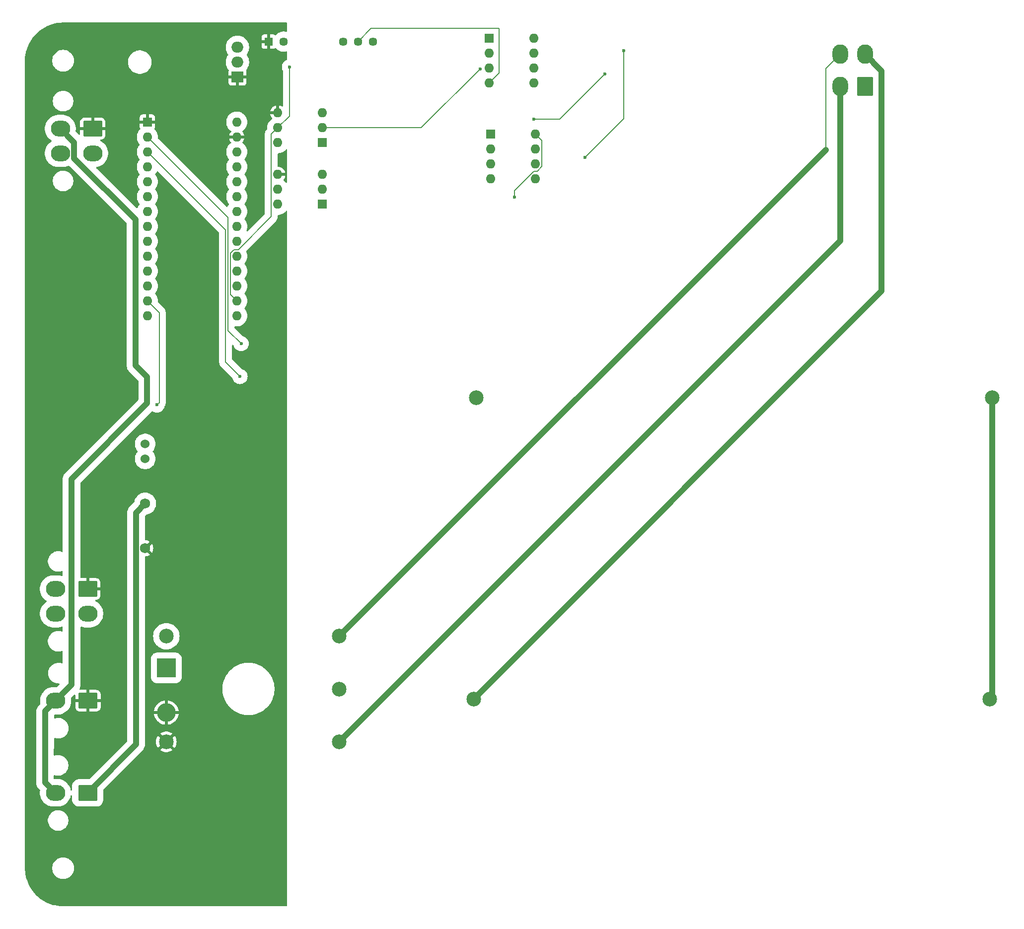
<source format=gbr>
%TF.GenerationSoftware,KiCad,Pcbnew,8.0.4*%
%TF.CreationDate,2025-05-16T22:52:33-07:00*%
%TF.ProjectId,pcc_v0.1,7063635f-7630-42e3-912e-6b696361645f,rev?*%
%TF.SameCoordinates,Original*%
%TF.FileFunction,Copper,L2,Bot*%
%TF.FilePolarity,Positive*%
%FSLAX46Y46*%
G04 Gerber Fmt 4.6, Leading zero omitted, Abs format (unit mm)*
G04 Created by KiCad (PCBNEW 8.0.4) date 2025-05-16 22:52:33*
%MOMM*%
%LPD*%
G01*
G04 APERTURE LIST*
G04 Aperture macros list*
%AMRoundRect*
0 Rectangle with rounded corners*
0 $1 Rounding radius*
0 $2 $3 $4 $5 $6 $7 $8 $9 X,Y pos of 4 corners*
0 Add a 4 corners polygon primitive as box body*
4,1,4,$2,$3,$4,$5,$6,$7,$8,$9,$2,$3,0*
0 Add four circle primitives for the rounded corners*
1,1,$1+$1,$2,$3*
1,1,$1+$1,$4,$5*
1,1,$1+$1,$6,$7*
1,1,$1+$1,$8,$9*
0 Add four rect primitives between the rounded corners*
20,1,$1+$1,$2,$3,$4,$5,0*
20,1,$1+$1,$4,$5,$6,$7,0*
20,1,$1+$1,$6,$7,$8,$9,0*
20,1,$1+$1,$8,$9,$2,$3,0*%
G04 Aperture macros list end*
%TA.AperFunction,ComponentPad*%
%ADD10R,3.200000X3.200000*%
%TD*%
%TA.AperFunction,ComponentPad*%
%ADD11O,3.200000X3.200000*%
%TD*%
%TA.AperFunction,ComponentPad*%
%ADD12C,1.524000*%
%TD*%
%TA.AperFunction,ComponentPad*%
%ADD13C,1.727200*%
%TD*%
%TA.AperFunction,ComponentPad*%
%ADD14C,2.500000*%
%TD*%
%TA.AperFunction,ComponentPad*%
%ADD15RoundRect,0.250001X-1.399999X1.099999X-1.399999X-1.099999X1.399999X-1.099999X1.399999X1.099999X0*%
%TD*%
%TA.AperFunction,ComponentPad*%
%ADD16O,3.300000X2.700000*%
%TD*%
%TA.AperFunction,ComponentPad*%
%ADD17R,1.600000X1.600000*%
%TD*%
%TA.AperFunction,ComponentPad*%
%ADD18O,1.600000X1.600000*%
%TD*%
%TA.AperFunction,ComponentPad*%
%ADD19RoundRect,0.250001X1.099999X1.399999X-1.099999X1.399999X-1.099999X-1.399999X1.099999X-1.399999X0*%
%TD*%
%TA.AperFunction,ComponentPad*%
%ADD20O,2.700000X3.300000*%
%TD*%
%TA.AperFunction,ComponentPad*%
%ADD21R,1.450000X1.450000*%
%TD*%
%TA.AperFunction,ComponentPad*%
%ADD22C,1.450000*%
%TD*%
%TA.AperFunction,ComponentPad*%
%ADD23R,2.000000X1.905000*%
%TD*%
%TA.AperFunction,ComponentPad*%
%ADD24O,2.000000X1.905000*%
%TD*%
%TA.AperFunction,ViaPad*%
%ADD25C,0.600000*%
%TD*%
%TA.AperFunction,Conductor*%
%ADD26C,0.200000*%
%TD*%
%TA.AperFunction,Conductor*%
%ADD27C,1.000000*%
%TD*%
G04 APERTURE END LIST*
D10*
%TO.P,D1,1,K*%
%TO.N,Shutdown_in*%
X77400000Y-131200000D03*
D11*
%TO.P,D1,2,A*%
%TO.N,GLV-*%
X77400000Y-138820000D03*
%TD*%
D12*
%TO.P,K3,1,1*%
%TO.N,+12V*%
X73800253Y-93010253D03*
%TO.P,K3,2,2*%
%TO.N,Net-(U5-S)*%
X73800253Y-95550253D03*
D13*
%TO.P,K3,3,3*%
%TO.N,IR+_GND*%
X73800253Y-103170253D03*
%TO.P,K3,4,4*%
%TO.N,GLV-*%
X73800253Y-110790253D03*
%TD*%
D14*
%TO.P,R28,1*%
%TO.N,TS-*%
X129800000Y-136500000D03*
%TO.P,R28,2*%
%TO.N,Net-(R28-Pad2)*%
X217800000Y-136500000D03*
%TD*%
D15*
%TO.P,J7,1,Pin_1*%
%TO.N,GLV-*%
X64000000Y-117750000D03*
D16*
%TO.P,J7,2,Pin_2*%
%TO.N,unconnected-(J7-Pin_2-Pad2)*%
X64000000Y-121950000D03*
%TO.P,J7,3,Pin_3*%
%TO.N,CANL*%
X58500000Y-117750000D03*
%TO.P,J7,4,Pin_4*%
%TO.N,CANH*%
X58500000Y-121950000D03*
%TD*%
D17*
%TO.P,J4,1,Pin_1*%
%TO.N,GLV-*%
X74175000Y-38125000D03*
D18*
%TO.P,J4,2,Pin_2*%
%TO.N,CANRX*%
X74175000Y-40665000D03*
%TO.P,J4,3,Pin_3*%
%TO.N,CANTX*%
X74175000Y-43205000D03*
%TO.P,J4,4,Pin_4*%
%TO.N,unconnected-(J4-Pin_4-Pad4)*%
X74175000Y-45745000D03*
%TO.P,J4,5,Pin_5*%
%TO.N,unconnected-(J4-Pin_5-Pad5)*%
X74175000Y-48285000D03*
%TO.P,J4,6,Pin_6*%
%TO.N,unconnected-(J4-Pin_6-Pad6)*%
X74175000Y-50825000D03*
%TO.P,J4,7,Pin_7*%
%TO.N,unconnected-(J4-Pin_7-Pad7)*%
X74175000Y-53365000D03*
%TO.P,J4,8,Pin_8*%
%TO.N,unconnected-(J4-Pin_8-Pad8)*%
X74175000Y-55905000D03*
%TO.P,J4,9,Pin_9*%
%TO.N,unconnected-(J4-Pin_9-Pad9)*%
X74175000Y-58445000D03*
%TO.P,J4,10,Pin_10*%
%TO.N,unconnected-(J4-Pin_10-Pad10)*%
X74175000Y-60985000D03*
%TO.P,J4,11,Pin_11*%
%TO.N,unconnected-(J4-Pin_11-Pad11)*%
X74175000Y-63525000D03*
%TO.P,J4,12,Pin_12*%
%TO.N,unconnected-(J4-Pin_12-Pad12)*%
X74175000Y-66065000D03*
%TO.P,J4,13,Pin_13*%
%TO.N,IR+*%
X74175000Y-68605000D03*
%TO.P,J4,14,Pin_14*%
%TO.N,unconnected-(J4-Pin_14-Pad14)*%
X74175000Y-71145000D03*
%TO.P,J4,15,Pin_15*%
%TO.N,unconnected-(J4-Pin_15-Pad15)*%
X89415000Y-71145000D03*
%TO.P,J4,16,Pin_16*%
%TO.N,Freq_Accumulator*%
X89415000Y-68605000D03*
%TO.P,J4,17,Pin_17*%
%TO.N,Freq_TS*%
X89415000Y-66065000D03*
%TO.P,J4,18,Pin_18*%
%TO.N,unconnected-(J4-Pin_18-Pad18)*%
X89415000Y-63525000D03*
%TO.P,J4,19,Pin_19*%
%TO.N,unconnected-(J4-Pin_19-Pad19)*%
X89415000Y-60985000D03*
%TO.P,J4,20,Pin_20*%
%TO.N,unconnected-(J4-Pin_20-Pad20)*%
X89415000Y-58445000D03*
%TO.P,J4,21,Pin_21*%
%TO.N,unconnected-(J4-Pin_21-Pad21)*%
X89415000Y-55905000D03*
%TO.P,J4,22,Pin_22*%
%TO.N,unconnected-(J4-Pin_22-Pad22)*%
X89415000Y-53365000D03*
%TO.P,J4,23,Pin_23*%
%TO.N,unconnected-(J4-Pin_23-Pad23)*%
X89415000Y-50825000D03*
%TO.P,J4,24,Pin_24*%
%TO.N,unconnected-(J4-Pin_24-Pad24)*%
X89415000Y-48285000D03*
%TO.P,J4,25,Pin_25*%
%TO.N,unconnected-(J4-Pin_25-Pad25)*%
X89415000Y-45745000D03*
%TO.P,J4,26,Pin_26*%
%TO.N,+3.3V*%
X89415000Y-43205000D03*
%TO.P,J4,27,Pin_27*%
%TO.N,GLV-*%
X89415000Y-40665000D03*
%TO.P,J4,28,Pin_28*%
%TO.N,+5V*%
X89415000Y-38125000D03*
%TD*%
D15*
%TO.P,J8,1,Pin_1*%
%TO.N,GLV-*%
X64040000Y-136800000D03*
D16*
%TO.P,J8,2,Pin_2*%
%TO.N,Shutdown_in*%
X58540000Y-136800000D03*
%TD*%
D19*
%TO.P,J6,1,Pin_1*%
%TO.N,GNDS*%
X196500000Y-32050000D03*
D20*
%TO.P,J6,2,Pin_2*%
%TO.N,B+_in*%
X192300000Y-32050000D03*
%TO.P,J6,3,Pin_3*%
%TO.N,TS-*%
X196500000Y-26550000D03*
%TO.P,J6,4,Pin_4*%
%TO.N,TS+*%
X192300000Y-26550000D03*
%TD*%
D21*
%TO.P,U6,1,-Vin*%
%TO.N,GLV-*%
X94850000Y-24400000D03*
D22*
%TO.P,U6,2,+Vin*%
%TO.N,+12V*%
X97390000Y-24400000D03*
%TO.P,U6,6,+Vout*%
%TO.N,+12P*%
X107550000Y-24400000D03*
%TO.P,U6,7,-Vout*%
%TO.N,GNDS*%
X110090000Y-24400000D03*
%TO.P,U6,8,NC*%
%TO.N,unconnected-(U6-NC-Pad8)*%
X112630000Y-24400000D03*
%TD*%
D15*
%TO.P,J3,1,Pin_1*%
%TO.N,IR+_GND*%
X64000000Y-152500000D03*
D16*
%TO.P,J3,2,Pin_2*%
%TO.N,Shutdown_in*%
X58500000Y-152500000D03*
%TD*%
D15*
%TO.P,J2,1,Pin_1*%
%TO.N,GLV-*%
X64840000Y-39250000D03*
D16*
%TO.P,J2,2,Pin_2*%
%TO.N,+12V*%
X64840000Y-43450000D03*
%TO.P,J2,3,Pin_3*%
%TO.N,Shutdown_in*%
X59340000Y-39250000D03*
%TO.P,J2,4,Pin_4*%
%TO.N,unconnected-(J2-Pin_4-Pad4)*%
X59340000Y-43450000D03*
%TD*%
D14*
%TO.P,R29,1*%
%TO.N,Net-(R28-Pad2)*%
X218200000Y-85100000D03*
%TO.P,R29,2*%
%TO.N,Vin_Accu*%
X130200000Y-85100000D03*
%TD*%
D17*
%TO.P,U2,1*%
%TO.N,Net-(R26-Pad2)*%
X104020253Y-41630253D03*
D18*
%TO.P,U2,2*%
%TO.N,Net-(U1-FOUT)*%
X104020253Y-39090253D03*
%TO.P,U2,3,NC*%
%TO.N,unconnected-(U2-NC-Pad3)*%
X104020253Y-36550253D03*
%TO.P,U2,4*%
%TO.N,GLV-*%
X96400253Y-36550253D03*
%TO.P,U2,5*%
%TO.N,Freq_Accumulator*%
X96400253Y-39090253D03*
%TO.P,U2,6*%
%TO.N,unconnected-(U2-Pad6)*%
X96400253Y-41630253D03*
%TD*%
D17*
%TO.P,U1,1,IOUT*%
%TO.N,Net-(U1-IOUT)*%
X132430000Y-23860000D03*
D18*
%TO.P,U1,2,IREF*%
%TO.N,Net-(U1-IREF)*%
X132430000Y-26400000D03*
%TO.P,U1,3,FOUT*%
%TO.N,Net-(U1-FOUT)*%
X132430000Y-28940000D03*
%TO.P,U1,4,GND*%
%TO.N,GNDS*%
X132430000Y-31480000D03*
%TO.P,U1,5,RC*%
%TO.N,Net-(U1-RC)*%
X140050000Y-31480000D03*
%TO.P,U1,6,THRESH*%
%TO.N,Net-(U1-IOUT)*%
X140050000Y-28940000D03*
%TO.P,U1,7,COMPIN*%
%TO.N,Net-(U1-COMPIN)*%
X140050000Y-26400000D03*
%TO.P,U1,8,VS*%
%TO.N,+12P*%
X140050000Y-23860000D03*
%TD*%
D17*
%TO.P,U3,1*%
%TO.N,Net-(R14-Pad2)*%
X104020253Y-52130253D03*
D18*
%TO.P,U3,2*%
%TO.N,Net-(U4-FOUT)*%
X104020253Y-49590253D03*
%TO.P,U3,3,NC*%
%TO.N,unconnected-(U3-NC-Pad3)*%
X104020253Y-47050253D03*
%TO.P,U3,4*%
%TO.N,GLV-*%
X96400253Y-47050253D03*
%TO.P,U3,5*%
%TO.N,Freq_TS*%
X96400253Y-49590253D03*
%TO.P,U3,6*%
%TO.N,unconnected-(U3-Pad6)*%
X96400253Y-52130253D03*
%TD*%
D17*
%TO.P,U4,1,IOUT*%
%TO.N,Net-(U4-IOUT)*%
X132730000Y-40160000D03*
D18*
%TO.P,U4,2,IREF*%
%TO.N,Net-(U4-IREF)*%
X132730000Y-42700000D03*
%TO.P,U4,3,FOUT*%
%TO.N,Net-(U4-FOUT)*%
X132730000Y-45240000D03*
%TO.P,U4,4,GND*%
%TO.N,GNDS*%
X132730000Y-47780000D03*
%TO.P,U4,5,RC*%
%TO.N,Net-(U4-RC)*%
X140350000Y-47780000D03*
%TO.P,U4,6,THRESH*%
%TO.N,Net-(U4-IOUT)*%
X140350000Y-45240000D03*
%TO.P,U4,7,COMPIN*%
%TO.N,Net-(U4-COMPIN)*%
X140350000Y-42700000D03*
%TO.P,U4,8,VS*%
%TO.N,+12P*%
X140350000Y-40160000D03*
%TD*%
D14*
%TO.P,K4,11*%
%TO.N,Vin_Accu*%
X106900000Y-134800000D03*
%TO.P,K4,12*%
%TO.N,TS+*%
X106900000Y-125800000D03*
%TO.P,K4,14*%
%TO.N,B+_in*%
X106900000Y-143800000D03*
%TO.P,K4,A1*%
%TO.N,Shutdown_in*%
X77400000Y-125800000D03*
%TO.P,K4,A2*%
%TO.N,GLV-*%
X77400000Y-143800000D03*
%TD*%
D23*
%TO.P,U9,1,GND*%
%TO.N,GLV-*%
X89530000Y-30440000D03*
D24*
%TO.P,U9,2,VO*%
%TO.N,+5V*%
X89530000Y-27900000D03*
%TO.P,U9,3,VI*%
%TO.N,+12V*%
X89530000Y-25360000D03*
%TD*%
D25*
%TO.N,+12P*%
X136750253Y-50900253D03*
%TO.N,GLV-*%
X93600000Y-47000000D03*
X86150253Y-79700253D03*
X71000000Y-83600000D03*
X79550253Y-85400253D03*
%TO.N,Net-(R19-Pad2)*%
X155400253Y-25950253D03*
X148800253Y-44150253D03*
%TO.N,Freq_Accumulator*%
X98400253Y-28750253D03*
%TO.N,Net-(U1-FOUT)*%
X130874265Y-29075735D03*
%TO.N,CANRX*%
X90150253Y-75900253D03*
%TO.N,CANTX*%
X89950253Y-81500253D03*
%TO.N,IR+*%
X75800253Y-86350253D03*
%TO.N,GNDS*%
X140050000Y-37650000D03*
X152200253Y-29950253D03*
%TD*%
D26*
%TO.N,+12P*%
X136750253Y-49824112D02*
X140074112Y-46500253D01*
X141450000Y-45695635D02*
X141450000Y-41260000D01*
X140074112Y-46500253D02*
X140645382Y-46500253D01*
X140645382Y-46500253D02*
X141450000Y-45695635D01*
X141450000Y-41260000D02*
X140350000Y-40160000D01*
X136750253Y-50900253D02*
X136750253Y-49824112D01*
%TO.N,Net-(R19-Pad2)*%
X155400253Y-37550253D02*
X148800253Y-44150253D01*
X155400253Y-25950253D02*
X155400253Y-37550253D01*
%TO.N,Freq_Accumulator*%
X88959365Y-59885000D02*
X89665506Y-59885000D01*
X89665506Y-59885000D02*
X95300253Y-54250253D01*
X95300253Y-54250253D02*
X95300253Y-40190253D01*
X98400253Y-37090253D02*
X96400253Y-39090253D01*
X88315000Y-60529365D02*
X88959365Y-59885000D01*
X98400253Y-28750253D02*
X98400253Y-37090253D01*
X88315000Y-67505000D02*
X88315000Y-60529365D01*
X89415000Y-68605000D02*
X88315000Y-67505000D01*
X95300253Y-40190253D02*
X96400253Y-39090253D01*
%TO.N,Net-(U1-FOUT)*%
X130874265Y-29075735D02*
X120859747Y-39090253D01*
X120859747Y-39090253D02*
X104020253Y-39090253D01*
%TO.N,CANRX*%
X90150253Y-75900253D02*
X87915000Y-73665000D01*
X87915000Y-73665000D02*
X87915000Y-54405000D01*
X87915000Y-54405000D02*
X74175000Y-40665000D01*
%TO.N,CANTX*%
X87515000Y-56545000D02*
X74175000Y-43205000D01*
X89950253Y-81500253D02*
X87515000Y-79065000D01*
X87515000Y-79065000D02*
X87515000Y-56545000D01*
D27*
%TO.N,B+_in*%
X192300000Y-58400000D02*
X192300000Y-32050000D01*
X106900000Y-143800000D02*
X192300000Y-58400000D01*
D26*
%TO.N,IR+*%
X76200253Y-70630253D02*
X74175000Y-68605000D01*
X75800253Y-86350253D02*
X76200253Y-85950253D01*
X76200253Y-85950253D02*
X76200253Y-70630253D01*
D27*
%TO.N,IR+_GND*%
X72236653Y-144263347D02*
X72236653Y-104733853D01*
X72236653Y-104733853D02*
X73800253Y-103170253D01*
X64000000Y-152500000D02*
X72236653Y-144263347D01*
%TO.N,Shutdown_in*%
X61690000Y-44299138D02*
X72150253Y-54759391D01*
X56750000Y-144750001D02*
X56710000Y-144790001D01*
X59340000Y-39250000D02*
X61690000Y-41600000D01*
X58540000Y-136800000D02*
X56750000Y-138590000D01*
X74136039Y-81600253D02*
X74136039Y-86100253D01*
X61250000Y-98986292D02*
X74136039Y-86100253D01*
X56710000Y-144790001D02*
X56710000Y-150710000D01*
X56710000Y-150710000D02*
X58500000Y-152500000D01*
X61690000Y-41600000D02*
X61690000Y-44299138D01*
X58540000Y-136800000D02*
X61250000Y-134090000D01*
X56750000Y-138590000D02*
X56750000Y-144750001D01*
X72150253Y-79614467D02*
X74136039Y-81600253D01*
X72150253Y-54759391D02*
X72150253Y-79614467D01*
X61250000Y-134090000D02*
X61250000Y-98986292D01*
%TO.N,TS-*%
X199350000Y-29400000D02*
X196500000Y-26550000D01*
X129800000Y-136500000D02*
X199350000Y-66950000D01*
X199350000Y-66950000D02*
X199350000Y-29400000D01*
D26*
%TO.N,TS+*%
X189850000Y-29000000D02*
X192300000Y-26550000D01*
D27*
X106900000Y-125800000D02*
X189850000Y-42850000D01*
D26*
X189850000Y-42850000D02*
X189850000Y-29000000D01*
D27*
%TO.N,Net-(R28-Pad2)*%
X218200000Y-136100000D02*
X217800000Y-136500000D01*
X218200000Y-85100000D02*
X218200000Y-136100000D01*
D26*
%TO.N,GNDS*%
X134130000Y-29780000D02*
X132430000Y-31480000D01*
X112330000Y-22160000D02*
X134130000Y-22160000D01*
X152200253Y-29950253D02*
X144500506Y-37650000D01*
X110090000Y-24400000D02*
X112330000Y-22160000D01*
X134130000Y-22160000D02*
X134130000Y-29780000D01*
X144500506Y-37650000D02*
X140050000Y-37650000D01*
%TD*%
%TA.AperFunction,Conductor*%
%TO.N,GLV-*%
G36*
X97943039Y-21170185D02*
G01*
X97988794Y-21222989D01*
X98000000Y-21274500D01*
X98000000Y-22614422D01*
X97980315Y-22681461D01*
X97927511Y-22727216D01*
X97858353Y-22737160D01*
X97839452Y-22732913D01*
X97775052Y-22713049D01*
X97775042Y-22713046D01*
X97775036Y-22713045D01*
X97652025Y-22694504D01*
X97519313Y-22674500D01*
X97519308Y-22674500D01*
X97260692Y-22674500D01*
X97260686Y-22674500D01*
X97101430Y-22698504D01*
X97004964Y-22713045D01*
X97004961Y-22713046D01*
X97004955Y-22713047D01*
X96757833Y-22789275D01*
X96524838Y-22901478D01*
X96524837Y-22901479D01*
X96311151Y-23047167D01*
X96121574Y-23223067D01*
X96078449Y-23277145D01*
X96021261Y-23317285D01*
X95951449Y-23320134D01*
X95907192Y-23299098D01*
X95817088Y-23231647D01*
X95817086Y-23231645D01*
X95682379Y-23181403D01*
X95682372Y-23181401D01*
X95622844Y-23175000D01*
X95100000Y-23175000D01*
X95100000Y-24053590D01*
X95014044Y-24003963D01*
X94905952Y-23975000D01*
X94794048Y-23975000D01*
X94685956Y-24003963D01*
X94600000Y-24053590D01*
X94600000Y-23175000D01*
X94077155Y-23175000D01*
X94017627Y-23181401D01*
X94017620Y-23181403D01*
X93882913Y-23231645D01*
X93882906Y-23231649D01*
X93767812Y-23317809D01*
X93767809Y-23317812D01*
X93681649Y-23432906D01*
X93681645Y-23432913D01*
X93631403Y-23567620D01*
X93631401Y-23567627D01*
X93625000Y-23627155D01*
X93625000Y-24150000D01*
X94503590Y-24150000D01*
X94453963Y-24235956D01*
X94425000Y-24344048D01*
X94425000Y-24455952D01*
X94453963Y-24564044D01*
X94503590Y-24650000D01*
X93625000Y-24650000D01*
X93625000Y-25172844D01*
X93631401Y-25232372D01*
X93631403Y-25232379D01*
X93681645Y-25367086D01*
X93681649Y-25367093D01*
X93767809Y-25482187D01*
X93767812Y-25482190D01*
X93882906Y-25568350D01*
X93882913Y-25568354D01*
X94017620Y-25618596D01*
X94017627Y-25618598D01*
X94077155Y-25624999D01*
X94077172Y-25625000D01*
X94600000Y-25625000D01*
X94600000Y-24746409D01*
X94685956Y-24796037D01*
X94794048Y-24825000D01*
X94905952Y-24825000D01*
X95014044Y-24796037D01*
X95100000Y-24746409D01*
X95100000Y-25625000D01*
X95622828Y-25625000D01*
X95622844Y-25624999D01*
X95682372Y-25618598D01*
X95682379Y-25618596D01*
X95817086Y-25568354D01*
X95817089Y-25568352D01*
X95907191Y-25500902D01*
X95972656Y-25476484D01*
X96040929Y-25491335D01*
X96078449Y-25522854D01*
X96121572Y-25576929D01*
X96121573Y-25576930D01*
X96121572Y-25576930D01*
X96173379Y-25624999D01*
X96311152Y-25752833D01*
X96524831Y-25898517D01*
X96524836Y-25898519D01*
X96524837Y-25898520D01*
X96524838Y-25898521D01*
X96597952Y-25933730D01*
X96757833Y-26010724D01*
X96757834Y-26010724D01*
X96757837Y-26010726D01*
X97004964Y-26086955D01*
X97260692Y-26125500D01*
X97260693Y-26125500D01*
X97519307Y-26125500D01*
X97519308Y-26125500D01*
X97775036Y-26086955D01*
X97839449Y-26067085D01*
X97909312Y-26066134D01*
X97968599Y-26103105D01*
X97998486Y-26166259D01*
X98000000Y-26185576D01*
X98000000Y-27422954D01*
X97980315Y-27489993D01*
X97928405Y-27535336D01*
X97747520Y-27619684D01*
X97747518Y-27619685D01*
X97561111Y-27750207D01*
X97400207Y-27911111D01*
X97269685Y-28097518D01*
X97269684Y-28097520D01*
X97173514Y-28303755D01*
X97173511Y-28303764D01*
X97114619Y-28523555D01*
X97114617Y-28523566D01*
X97094785Y-28750251D01*
X97094785Y-28750254D01*
X97114617Y-28976939D01*
X97114619Y-28976950D01*
X97173511Y-29196741D01*
X97173513Y-29196745D01*
X97173514Y-29196749D01*
X97185224Y-29221860D01*
X97269684Y-29402986D01*
X97277326Y-29413899D01*
X97299655Y-29480105D01*
X97299753Y-29485025D01*
X97299753Y-35354880D01*
X97280068Y-35421919D01*
X97227264Y-35467674D01*
X97158106Y-35477618D01*
X97104630Y-35456455D01*
X97052740Y-35420121D01*
X97052736Y-35420119D01*
X96846581Y-35323987D01*
X96650253Y-35271380D01*
X96650253Y-36234567D01*
X96645859Y-36230173D01*
X96554647Y-36177512D01*
X96452914Y-36150253D01*
X96347592Y-36150253D01*
X96245859Y-36177512D01*
X96154647Y-36230173D01*
X96150253Y-36234567D01*
X96150253Y-35271380D01*
X95953924Y-35323987D01*
X95747770Y-35420118D01*
X95561432Y-35550595D01*
X95400595Y-35711432D01*
X95270118Y-35897770D01*
X95173987Y-36103926D01*
X95173983Y-36103935D01*
X95121380Y-36300252D01*
X95121381Y-36300253D01*
X96084567Y-36300253D01*
X96080173Y-36304647D01*
X96027512Y-36395859D01*
X96000253Y-36497592D01*
X96000253Y-36602914D01*
X96027512Y-36704647D01*
X96080173Y-36795859D01*
X96084567Y-36800253D01*
X95121381Y-36800253D01*
X95173983Y-36996570D01*
X95173987Y-36996579D01*
X95270118Y-37202735D01*
X95400595Y-37389073D01*
X95415819Y-37404297D01*
X95449304Y-37465620D01*
X95444320Y-37535312D01*
X95402448Y-37591245D01*
X95397990Y-37594431D01*
X95274515Y-37678615D01*
X95076695Y-37862163D01*
X94908438Y-38073151D01*
X94773511Y-38306852D01*
X94773509Y-38306856D01*
X94674919Y-38558057D01*
X94674917Y-38558064D01*
X94614869Y-38821151D01*
X94594704Y-39090248D01*
X94594704Y-39090257D01*
X94607826Y-39265362D01*
X94593207Y-39333685D01*
X94571855Y-39362309D01*
X94460838Y-39473326D01*
X94359021Y-39613464D01*
X94280381Y-39767805D01*
X94226850Y-39932555D01*
X94199753Y-40103642D01*
X94199753Y-53743048D01*
X94180068Y-53810087D01*
X94163434Y-53830729D01*
X91291411Y-56702751D01*
X91230088Y-56736236D01*
X91160396Y-56731252D01*
X91104463Y-56689380D01*
X91080046Y-56623916D01*
X91088301Y-56569770D01*
X91140334Y-56437195D01*
X91200383Y-56174103D01*
X91220549Y-55905000D01*
X91200383Y-55635897D01*
X91140334Y-55372805D01*
X91041743Y-55121602D01*
X90906815Y-54887898D01*
X90766787Y-54712310D01*
X90740381Y-54647627D01*
X90753136Y-54578931D01*
X90766784Y-54557693D01*
X90906815Y-54382102D01*
X91041743Y-54148398D01*
X91140334Y-53897195D01*
X91200383Y-53634103D01*
X91207293Y-53541887D01*
X91220549Y-53365004D01*
X91220549Y-53364995D01*
X91200383Y-53095898D01*
X91200383Y-53095897D01*
X91140334Y-52832805D01*
X91041743Y-52581602D01*
X90906815Y-52347898D01*
X90766787Y-52172310D01*
X90740381Y-52107627D01*
X90753136Y-52038931D01*
X90766784Y-52017693D01*
X90906815Y-51842102D01*
X91041743Y-51608398D01*
X91140334Y-51357195D01*
X91200383Y-51094103D01*
X91220549Y-50825000D01*
X91200383Y-50555897D01*
X91140334Y-50292805D01*
X91041743Y-50041602D01*
X90906815Y-49807898D01*
X90766787Y-49632310D01*
X90740381Y-49567627D01*
X90753136Y-49498931D01*
X90766784Y-49477693D01*
X90906815Y-49302102D01*
X91041743Y-49068398D01*
X91140334Y-48817195D01*
X91200383Y-48554103D01*
X91207105Y-48464402D01*
X91220549Y-48285004D01*
X91220549Y-48284995D01*
X91200383Y-48015898D01*
X91152879Y-47807770D01*
X91140334Y-47752805D01*
X91041743Y-47501602D01*
X90906815Y-47267898D01*
X90766787Y-47092310D01*
X90740381Y-47027627D01*
X90753136Y-46958931D01*
X90766784Y-46937693D01*
X90906815Y-46762102D01*
X91041743Y-46528398D01*
X91140334Y-46277195D01*
X91200383Y-46014103D01*
X91216390Y-45800498D01*
X91220549Y-45745004D01*
X91220549Y-45744995D01*
X91200383Y-45475898D01*
X91185013Y-45408558D01*
X91140334Y-45212805D01*
X91041743Y-44961602D01*
X90906815Y-44727898D01*
X90766787Y-44552310D01*
X90740381Y-44487627D01*
X90753136Y-44418931D01*
X90766784Y-44397693D01*
X90906815Y-44222102D01*
X91041743Y-43988398D01*
X91140334Y-43737195D01*
X91200383Y-43474103D01*
X91212606Y-43310991D01*
X91220549Y-43205004D01*
X91220549Y-43204995D01*
X91200383Y-42935898D01*
X91184517Y-42866383D01*
X91140334Y-42672805D01*
X91041743Y-42421602D01*
X90906815Y-42187898D01*
X90738561Y-41976915D01*
X90738560Y-41976914D01*
X90738557Y-41976910D01*
X90540741Y-41793365D01*
X90540737Y-41793362D01*
X90417260Y-41709177D01*
X90372960Y-41655150D01*
X90364901Y-41585746D01*
X90395644Y-41523004D01*
X90399435Y-41519041D01*
X90414660Y-41503816D01*
X90545134Y-41317482D01*
X90641265Y-41111326D01*
X90641269Y-41111317D01*
X90693872Y-40915000D01*
X89730686Y-40915000D01*
X89735080Y-40910606D01*
X89787741Y-40819394D01*
X89815000Y-40717661D01*
X89815000Y-40612339D01*
X89787741Y-40510606D01*
X89735080Y-40419394D01*
X89730686Y-40415000D01*
X90693872Y-40415000D01*
X90693872Y-40414999D01*
X90641269Y-40218682D01*
X90641265Y-40218673D01*
X90545134Y-40012517D01*
X90414657Y-39826179D01*
X90399433Y-39810955D01*
X90365948Y-39749632D01*
X90370932Y-39679940D01*
X90412804Y-39624007D01*
X90417230Y-39620843D01*
X90540741Y-39536635D01*
X90728620Y-39362309D01*
X90738557Y-39353089D01*
X90738557Y-39353087D01*
X90738561Y-39353085D01*
X90906815Y-39142102D01*
X91041743Y-38908398D01*
X91140334Y-38657195D01*
X91200383Y-38394103D01*
X91214316Y-38208173D01*
X91220549Y-38125004D01*
X91220549Y-38124995D01*
X91202144Y-37879394D01*
X91200383Y-37855897D01*
X91140334Y-37592805D01*
X91041743Y-37341602D01*
X90906815Y-37107898D01*
X90738561Y-36896915D01*
X90738560Y-36896914D01*
X90738557Y-36896910D01*
X90540741Y-36713365D01*
X90486308Y-36676253D01*
X90317775Y-36561349D01*
X90317769Y-36561346D01*
X90317768Y-36561345D01*
X90317767Y-36561344D01*
X90074643Y-36444263D01*
X90074645Y-36444263D01*
X89816773Y-36364720D01*
X89816767Y-36364718D01*
X89549936Y-36324500D01*
X89549929Y-36324500D01*
X89280071Y-36324500D01*
X89280063Y-36324500D01*
X89013232Y-36364718D01*
X89013226Y-36364720D01*
X88755358Y-36444262D01*
X88512230Y-36561346D01*
X88289258Y-36713365D01*
X88091442Y-36896910D01*
X87923185Y-37107898D01*
X87788258Y-37341599D01*
X87788256Y-37341603D01*
X87689666Y-37592804D01*
X87689664Y-37592811D01*
X87629616Y-37855898D01*
X87609451Y-38124995D01*
X87609451Y-38125004D01*
X87629616Y-38394101D01*
X87689664Y-38657188D01*
X87689666Y-38657195D01*
X87788256Y-38908396D01*
X87788258Y-38908400D01*
X87816770Y-38957784D01*
X87923185Y-39142102D01*
X88021482Y-39265362D01*
X88091442Y-39353089D01*
X88181781Y-39436910D01*
X88289259Y-39536635D01*
X88412737Y-39620821D01*
X88457038Y-39674847D01*
X88465098Y-39744251D01*
X88434355Y-39806994D01*
X88430569Y-39810952D01*
X88415339Y-39826182D01*
X88284866Y-40012517D01*
X88188734Y-40218673D01*
X88188730Y-40218682D01*
X88136127Y-40414999D01*
X88136128Y-40415000D01*
X89099314Y-40415000D01*
X89094920Y-40419394D01*
X89042259Y-40510606D01*
X89015000Y-40612339D01*
X89015000Y-40717661D01*
X89042259Y-40819394D01*
X89094920Y-40910606D01*
X89099314Y-40915000D01*
X88136128Y-40915000D01*
X88188730Y-41111317D01*
X88188734Y-41111326D01*
X88284865Y-41317482D01*
X88415342Y-41503820D01*
X88430566Y-41519044D01*
X88464051Y-41580367D01*
X88459067Y-41650059D01*
X88417195Y-41705992D01*
X88412737Y-41709178D01*
X88289262Y-41793362D01*
X88091442Y-41976910D01*
X87923185Y-42187898D01*
X87788258Y-42421599D01*
X87788256Y-42421603D01*
X87689666Y-42672804D01*
X87689664Y-42672811D01*
X87629616Y-42935898D01*
X87609451Y-43204995D01*
X87609451Y-43205004D01*
X87629616Y-43474101D01*
X87689664Y-43737188D01*
X87689666Y-43737195D01*
X87788257Y-43988398D01*
X87923185Y-44222102D01*
X88063210Y-44397687D01*
X88089618Y-44462374D01*
X88076862Y-44531069D01*
X88063210Y-44552313D01*
X87923185Y-44727898D01*
X87788258Y-44961599D01*
X87788256Y-44961603D01*
X87689666Y-45212804D01*
X87689664Y-45212811D01*
X87629616Y-45475898D01*
X87609451Y-45744995D01*
X87609451Y-45745004D01*
X87629616Y-46014101D01*
X87689664Y-46277188D01*
X87689666Y-46277195D01*
X87784157Y-46517953D01*
X87788257Y-46528398D01*
X87923185Y-46762102D01*
X87978201Y-46831089D01*
X88063210Y-46937687D01*
X88089618Y-47002374D01*
X88076862Y-47071069D01*
X88063210Y-47092313D01*
X87923185Y-47267898D01*
X87788258Y-47501599D01*
X87788256Y-47501603D01*
X87689666Y-47752804D01*
X87689664Y-47752811D01*
X87629616Y-48015898D01*
X87609451Y-48284995D01*
X87609451Y-48285004D01*
X87629616Y-48554101D01*
X87687306Y-48806855D01*
X87689666Y-48817195D01*
X87788257Y-49068398D01*
X87923185Y-49302102D01*
X88056211Y-49468911D01*
X88063210Y-49477687D01*
X88089618Y-49542374D01*
X88076862Y-49611069D01*
X88063210Y-49632313D01*
X87923185Y-49807898D01*
X87788258Y-50041599D01*
X87788256Y-50041603D01*
X87689666Y-50292804D01*
X87689664Y-50292811D01*
X87629616Y-50555898D01*
X87609451Y-50824995D01*
X87609451Y-50825004D01*
X87629616Y-51094101D01*
X87687306Y-51346855D01*
X87689666Y-51357195D01*
X87788257Y-51608398D01*
X87923185Y-51842102D01*
X88063210Y-52017687D01*
X88089618Y-52082374D01*
X88076862Y-52151069D01*
X88063210Y-52172313D01*
X87923185Y-52347898D01*
X87817698Y-52530607D01*
X87767131Y-52578823D01*
X87698524Y-52592046D01*
X87633659Y-52566078D01*
X87622630Y-52556288D01*
X76003398Y-40937056D01*
X75969913Y-40875733D01*
X75967426Y-40840108D01*
X75980549Y-40665003D01*
X75980549Y-40664995D01*
X75962144Y-40419394D01*
X75960383Y-40395897D01*
X75900334Y-40132805D01*
X75801743Y-39881602D01*
X75666815Y-39647898D01*
X75498561Y-39436915D01*
X75498555Y-39436909D01*
X75498552Y-39436906D01*
X75413822Y-39358288D01*
X75378067Y-39298260D01*
X75380442Y-39228431D01*
X75398898Y-39193077D01*
X75418352Y-39167090D01*
X75418354Y-39167086D01*
X75468596Y-39032379D01*
X75468598Y-39032372D01*
X75474999Y-38972844D01*
X75475000Y-38972827D01*
X75475000Y-38375000D01*
X74490686Y-38375000D01*
X74495080Y-38370606D01*
X74547741Y-38279394D01*
X74575000Y-38177661D01*
X74575000Y-38072339D01*
X74547741Y-37970606D01*
X74495080Y-37879394D01*
X74490686Y-37875000D01*
X75475000Y-37875000D01*
X75475000Y-37277172D01*
X75474999Y-37277155D01*
X75468598Y-37217627D01*
X75468596Y-37217620D01*
X75418354Y-37082913D01*
X75418350Y-37082906D01*
X75332190Y-36967812D01*
X75332187Y-36967809D01*
X75217093Y-36881649D01*
X75217086Y-36881645D01*
X75082379Y-36831403D01*
X75082372Y-36831401D01*
X75022844Y-36825000D01*
X74425000Y-36825000D01*
X74425000Y-37809314D01*
X74420606Y-37804920D01*
X74329394Y-37752259D01*
X74227661Y-37725000D01*
X74122339Y-37725000D01*
X74020606Y-37752259D01*
X73929394Y-37804920D01*
X73925000Y-37809314D01*
X73925000Y-36825000D01*
X73327155Y-36825000D01*
X73267627Y-36831401D01*
X73267620Y-36831403D01*
X73132913Y-36881645D01*
X73132906Y-36881649D01*
X73017812Y-36967809D01*
X73017809Y-36967812D01*
X72931649Y-37082906D01*
X72931645Y-37082913D01*
X72881403Y-37217620D01*
X72881401Y-37217627D01*
X72875000Y-37277155D01*
X72875000Y-37875000D01*
X73859314Y-37875000D01*
X73854920Y-37879394D01*
X73802259Y-37970606D01*
X73775000Y-38072339D01*
X73775000Y-38177661D01*
X73802259Y-38279394D01*
X73854920Y-38370606D01*
X73859314Y-38375000D01*
X72875000Y-38375000D01*
X72875000Y-38972844D01*
X72881401Y-39032372D01*
X72881403Y-39032379D01*
X72931645Y-39167086D01*
X72931647Y-39167089D01*
X72951102Y-39193077D01*
X72975520Y-39258541D01*
X72960669Y-39326814D01*
X72936178Y-39358287D01*
X72851443Y-39436910D01*
X72683185Y-39647898D01*
X72548258Y-39881599D01*
X72548256Y-39881603D01*
X72449666Y-40132804D01*
X72449664Y-40132811D01*
X72389616Y-40395898D01*
X72369451Y-40664995D01*
X72369451Y-40665004D01*
X72389616Y-40934101D01*
X72449664Y-41197188D01*
X72449666Y-41197195D01*
X72504685Y-41337381D01*
X72548257Y-41448398D01*
X72683185Y-41682102D01*
X72771915Y-41793365D01*
X72823210Y-41857687D01*
X72849618Y-41922374D01*
X72836862Y-41991069D01*
X72823210Y-42012313D01*
X72683185Y-42187898D01*
X72548258Y-42421599D01*
X72548256Y-42421603D01*
X72449666Y-42672804D01*
X72449664Y-42672811D01*
X72389616Y-42935898D01*
X72369451Y-43204995D01*
X72369451Y-43205004D01*
X72389616Y-43474101D01*
X72449664Y-43737188D01*
X72449666Y-43737195D01*
X72548257Y-43988398D01*
X72683185Y-44222102D01*
X72823210Y-44397687D01*
X72849618Y-44462374D01*
X72836862Y-44531069D01*
X72823210Y-44552313D01*
X72683185Y-44727898D01*
X72548258Y-44961599D01*
X72548256Y-44961603D01*
X72449666Y-45212804D01*
X72449664Y-45212811D01*
X72389616Y-45475898D01*
X72369451Y-45744995D01*
X72369451Y-45745004D01*
X72389616Y-46014101D01*
X72449664Y-46277188D01*
X72449666Y-46277195D01*
X72544157Y-46517953D01*
X72548257Y-46528398D01*
X72683185Y-46762102D01*
X72738201Y-46831089D01*
X72823210Y-46937687D01*
X72849618Y-47002374D01*
X72836862Y-47071069D01*
X72823210Y-47092313D01*
X72683185Y-47267898D01*
X72548258Y-47501599D01*
X72548256Y-47501603D01*
X72449666Y-47752804D01*
X72449664Y-47752811D01*
X72389616Y-48015898D01*
X72369451Y-48284995D01*
X72369451Y-48285004D01*
X72389616Y-48554101D01*
X72447306Y-48806855D01*
X72449666Y-48817195D01*
X72548257Y-49068398D01*
X72683185Y-49302102D01*
X72816211Y-49468911D01*
X72823210Y-49477687D01*
X72849618Y-49542374D01*
X72836862Y-49611069D01*
X72823210Y-49632313D01*
X72683185Y-49807898D01*
X72548258Y-50041599D01*
X72548256Y-50041603D01*
X72449666Y-50292804D01*
X72449664Y-50292811D01*
X72389616Y-50555898D01*
X72369451Y-50824995D01*
X72369451Y-50825004D01*
X72389616Y-51094101D01*
X72447306Y-51346855D01*
X72449666Y-51357195D01*
X72548257Y-51608398D01*
X72683185Y-51842102D01*
X72823210Y-52017687D01*
X72849618Y-52082374D01*
X72836862Y-52151069D01*
X72823210Y-52172313D01*
X72683185Y-52347898D01*
X72548258Y-52581599D01*
X72548256Y-52581603D01*
X72489552Y-52731175D01*
X72446735Y-52786389D01*
X72380865Y-52809689D01*
X72312855Y-52793678D01*
X72286443Y-52773553D01*
X65488939Y-45976050D01*
X65455454Y-45914727D01*
X65460438Y-45845035D01*
X65502310Y-45789102D01*
X65560435Y-45765430D01*
X65599544Y-45760282D01*
X65897164Y-45680535D01*
X66181830Y-45562622D01*
X66448670Y-45408562D01*
X66693117Y-45220991D01*
X66910991Y-45003117D01*
X67098562Y-44758670D01*
X67252622Y-44491830D01*
X67370535Y-44207164D01*
X67450282Y-43909544D01*
X67490500Y-43604060D01*
X67490500Y-43295940D01*
X67450282Y-42990456D01*
X67370535Y-42692836D01*
X67252622Y-42408170D01*
X67252620Y-42408167D01*
X67252618Y-42408162D01*
X67197578Y-42312830D01*
X67098562Y-42141330D01*
X66910991Y-41896883D01*
X66910986Y-41896877D01*
X66693122Y-41679013D01*
X66693115Y-41679007D01*
X66448674Y-41491441D01*
X66448673Y-41491440D01*
X66448670Y-41491438D01*
X66298089Y-41404500D01*
X66181837Y-41337381D01*
X66178190Y-41335583D01*
X66178985Y-41333969D01*
X66130277Y-41294710D01*
X66108219Y-41228413D01*
X66125505Y-41160716D01*
X66176647Y-41113110D01*
X66232140Y-41100000D01*
X66289973Y-41100000D01*
X66289985Y-41099999D01*
X66392689Y-41089506D01*
X66392696Y-41089505D01*
X66559118Y-41034358D01*
X66559123Y-41034356D01*
X66708344Y-40942315D01*
X66832315Y-40818344D01*
X66924356Y-40669123D01*
X66924358Y-40669118D01*
X66979505Y-40502696D01*
X66979506Y-40502689D01*
X66989999Y-40399985D01*
X66990000Y-40399972D01*
X66990000Y-39500000D01*
X65494121Y-39500000D01*
X65513099Y-39454182D01*
X65540000Y-39318944D01*
X65540000Y-39181056D01*
X65513099Y-39045818D01*
X65494121Y-39000000D01*
X66990000Y-39000000D01*
X66990000Y-38100027D01*
X66989999Y-38100014D01*
X66979506Y-37997310D01*
X66979505Y-37997303D01*
X66924358Y-37830881D01*
X66924356Y-37830876D01*
X66832315Y-37681655D01*
X66708344Y-37557684D01*
X66559123Y-37465643D01*
X66559118Y-37465641D01*
X66392696Y-37410494D01*
X66392689Y-37410493D01*
X66289985Y-37400000D01*
X65090000Y-37400000D01*
X65090000Y-38595879D01*
X65044182Y-38576901D01*
X64908944Y-38550000D01*
X64771056Y-38550000D01*
X64635818Y-38576901D01*
X64590000Y-38595879D01*
X64590000Y-37400000D01*
X63390014Y-37400000D01*
X63287310Y-37410493D01*
X63287303Y-37410494D01*
X63120881Y-37465641D01*
X63120876Y-37465643D01*
X62971655Y-37557684D01*
X62847684Y-37681655D01*
X62755643Y-37830876D01*
X62755641Y-37830881D01*
X62700494Y-37997303D01*
X62700493Y-37997310D01*
X62690000Y-38100014D01*
X62690000Y-39000000D01*
X64185879Y-39000000D01*
X64166901Y-39045818D01*
X64140000Y-39181056D01*
X64140000Y-39318944D01*
X64166901Y-39454182D01*
X64185879Y-39500000D01*
X62690000Y-39500000D01*
X62690000Y-40178611D01*
X62670315Y-40245650D01*
X62617511Y-40291405D01*
X62548353Y-40301349D01*
X62484797Y-40272324D01*
X62478319Y-40266292D01*
X61990181Y-39778154D01*
X61956696Y-39716831D01*
X61954923Y-39674291D01*
X61990500Y-39404060D01*
X61990500Y-39095940D01*
X61950282Y-38790456D01*
X61870535Y-38492836D01*
X61752622Y-38208170D01*
X61752620Y-38208167D01*
X61752618Y-38208162D01*
X61674200Y-38072339D01*
X61598562Y-37941330D01*
X61410991Y-37696883D01*
X61410986Y-37696877D01*
X61193122Y-37479013D01*
X61193115Y-37479007D01*
X60948674Y-37291441D01*
X60948673Y-37291440D01*
X60948670Y-37291438D01*
X60842280Y-37230014D01*
X60681837Y-37137381D01*
X60681826Y-37137376D01*
X60397162Y-37019464D01*
X60099542Y-36939717D01*
X59794069Y-36899501D01*
X59794066Y-36899500D01*
X59794060Y-36899500D01*
X58885940Y-36899500D01*
X58885934Y-36899500D01*
X58885930Y-36899501D01*
X58580457Y-36939717D01*
X58282837Y-37019464D01*
X57998173Y-37137376D01*
X57998162Y-37137381D01*
X57731325Y-37291441D01*
X57486884Y-37479007D01*
X57486877Y-37479013D01*
X57269013Y-37696877D01*
X57269007Y-37696884D01*
X57081441Y-37941325D01*
X56927381Y-38208162D01*
X56927376Y-38208173D01*
X56809464Y-38492837D01*
X56729717Y-38790457D01*
X56689501Y-39095930D01*
X56689500Y-39095946D01*
X56689500Y-39404053D01*
X56689501Y-39404069D01*
X56729717Y-39709542D01*
X56809464Y-40007162D01*
X56927376Y-40291826D01*
X56927381Y-40291837D01*
X56998490Y-40415000D01*
X57081438Y-40558670D01*
X57081440Y-40558673D01*
X57081441Y-40558674D01*
X57269007Y-40803115D01*
X57269013Y-40803122D01*
X57486877Y-41020986D01*
X57486884Y-41020992D01*
X57641611Y-41139718D01*
X57731330Y-41208562D01*
X57790310Y-41242614D01*
X57838524Y-41293181D01*
X57851746Y-41361788D01*
X57825778Y-41426652D01*
X57790310Y-41457385D01*
X57731330Y-41491438D01*
X57731327Y-41491439D01*
X57731322Y-41491443D01*
X57486884Y-41679007D01*
X57486877Y-41679013D01*
X57269013Y-41896877D01*
X57269007Y-41896884D01*
X57081441Y-42141325D01*
X56927381Y-42408162D01*
X56927376Y-42408173D01*
X56809464Y-42692837D01*
X56729717Y-42990457D01*
X56689501Y-43295930D01*
X56689500Y-43295946D01*
X56689500Y-43604053D01*
X56689501Y-43604069D01*
X56729717Y-43909542D01*
X56809464Y-44207162D01*
X56927376Y-44491826D01*
X56927381Y-44491837D01*
X57020014Y-44652280D01*
X57081438Y-44758670D01*
X57081440Y-44758673D01*
X57081441Y-44758674D01*
X57269007Y-45003115D01*
X57269013Y-45003122D01*
X57486877Y-45220986D01*
X57486883Y-45220991D01*
X57731330Y-45408562D01*
X57902830Y-45507578D01*
X57998162Y-45562618D01*
X57998167Y-45562620D01*
X57998170Y-45562622D01*
X58282836Y-45680535D01*
X58580456Y-45760282D01*
X58885940Y-45800500D01*
X58885947Y-45800500D01*
X59794053Y-45800500D01*
X59794060Y-45800500D01*
X60099544Y-45760282D01*
X60397164Y-45680535D01*
X60681830Y-45562622D01*
X60694286Y-45555430D01*
X60762182Y-45538955D01*
X60828210Y-45561804D01*
X60843969Y-45575134D01*
X70613434Y-55344599D01*
X70646919Y-55405922D01*
X70649753Y-55432280D01*
X70649753Y-79732564D01*
X70686699Y-79965835D01*
X70759686Y-80190463D01*
X70866910Y-80400901D01*
X71005737Y-80591978D01*
X72599220Y-82185461D01*
X72632705Y-82246784D01*
X72635539Y-82273142D01*
X72635539Y-85427364D01*
X72615854Y-85494403D01*
X72599220Y-85515045D01*
X60105485Y-98008779D01*
X60105484Y-98008780D01*
X59966657Y-98199857D01*
X59859433Y-98410295D01*
X59786446Y-98634923D01*
X59749500Y-98868194D01*
X59749500Y-111296715D01*
X59729815Y-111363754D01*
X59677011Y-111409509D01*
X59607853Y-111419453D01*
X59578048Y-111411276D01*
X59523887Y-111388842D01*
X59430256Y-111363754D01*
X59302238Y-111329452D01*
X59264215Y-111324446D01*
X59074741Y-111299500D01*
X59074734Y-111299500D01*
X58845266Y-111299500D01*
X58845258Y-111299500D01*
X58628715Y-111328009D01*
X58617762Y-111329452D01*
X58524076Y-111354554D01*
X58396112Y-111388842D01*
X58184123Y-111476650D01*
X58184109Y-111476657D01*
X57985382Y-111591392D01*
X57803338Y-111731081D01*
X57641081Y-111893338D01*
X57501392Y-112075382D01*
X57386657Y-112274109D01*
X57386650Y-112274123D01*
X57298842Y-112486112D01*
X57239453Y-112707759D01*
X57239451Y-112707770D01*
X57209500Y-112935258D01*
X57209500Y-113164741D01*
X57234446Y-113354215D01*
X57239452Y-113392238D01*
X57239453Y-113392240D01*
X57298842Y-113613887D01*
X57386650Y-113825876D01*
X57386657Y-113825890D01*
X57501392Y-114024617D01*
X57641081Y-114206661D01*
X57641089Y-114206670D01*
X57803330Y-114368911D01*
X57803338Y-114368918D01*
X57985382Y-114508607D01*
X57985385Y-114508608D01*
X57985388Y-114508611D01*
X58184112Y-114623344D01*
X58184117Y-114623346D01*
X58184123Y-114623349D01*
X58275480Y-114661190D01*
X58396113Y-114711158D01*
X58617762Y-114770548D01*
X58845266Y-114800500D01*
X58845273Y-114800500D01*
X59074727Y-114800500D01*
X59074734Y-114800500D01*
X59302238Y-114770548D01*
X59523887Y-114711158D01*
X59578050Y-114688722D01*
X59647516Y-114681254D01*
X59709995Y-114712528D01*
X59745648Y-114772617D01*
X59749500Y-114803284D01*
X59749500Y-115413553D01*
X59729815Y-115480592D01*
X59677011Y-115526347D01*
X59607853Y-115536291D01*
X59578050Y-115528115D01*
X59557169Y-115519466D01*
X59259542Y-115439717D01*
X58954069Y-115399501D01*
X58954066Y-115399500D01*
X58954060Y-115399500D01*
X58045940Y-115399500D01*
X58045934Y-115399500D01*
X58045930Y-115399501D01*
X57740457Y-115439717D01*
X57442837Y-115519464D01*
X57158173Y-115637376D01*
X57158162Y-115637381D01*
X56891325Y-115791441D01*
X56646884Y-115979007D01*
X56646877Y-115979013D01*
X56429013Y-116196877D01*
X56429007Y-116196884D01*
X56241441Y-116441325D01*
X56087381Y-116708162D01*
X56087376Y-116708173D01*
X55969464Y-116992837D01*
X55889717Y-117290457D01*
X55849501Y-117595930D01*
X55849500Y-117595946D01*
X55849500Y-117904053D01*
X55849501Y-117904069D01*
X55889717Y-118209542D01*
X55969464Y-118507162D01*
X56087376Y-118791826D01*
X56087381Y-118791837D01*
X56149821Y-118899985D01*
X56241438Y-119058670D01*
X56241440Y-119058673D01*
X56241441Y-119058674D01*
X56429007Y-119303115D01*
X56429013Y-119303122D01*
X56646877Y-119520986D01*
X56646884Y-119520992D01*
X56801611Y-119639718D01*
X56891330Y-119708562D01*
X56950310Y-119742614D01*
X56998524Y-119793181D01*
X57011746Y-119861788D01*
X56985778Y-119926652D01*
X56950310Y-119957385D01*
X56891330Y-119991438D01*
X56891327Y-119991439D01*
X56891322Y-119991443D01*
X56646884Y-120179007D01*
X56646877Y-120179013D01*
X56429013Y-120396877D01*
X56429007Y-120396884D01*
X56241441Y-120641325D01*
X56087381Y-120908162D01*
X56087376Y-120908173D01*
X55969464Y-121192837D01*
X55889717Y-121490457D01*
X55849501Y-121795930D01*
X55849500Y-121795946D01*
X55849500Y-122104053D01*
X55849501Y-122104069D01*
X55889717Y-122409542D01*
X55969464Y-122707162D01*
X56087376Y-122991826D01*
X56087381Y-122991837D01*
X56180014Y-123152280D01*
X56241438Y-123258670D01*
X56241440Y-123258673D01*
X56241441Y-123258674D01*
X56429007Y-123503115D01*
X56429013Y-123503122D01*
X56646877Y-123720986D01*
X56646883Y-123720991D01*
X56891330Y-123908562D01*
X57062830Y-124007578D01*
X57158162Y-124062618D01*
X57158167Y-124062620D01*
X57158170Y-124062622D01*
X57442836Y-124180535D01*
X57740456Y-124260282D01*
X58045940Y-124300500D01*
X58045947Y-124300500D01*
X58954053Y-124300500D01*
X58954060Y-124300500D01*
X59259544Y-124260282D01*
X59557164Y-124180535D01*
X59578047Y-124171884D01*
X59647514Y-124164415D01*
X59709994Y-124195688D01*
X59745648Y-124255776D01*
X59749500Y-124286445D01*
X59749500Y-124896715D01*
X59729815Y-124963754D01*
X59677011Y-125009509D01*
X59607853Y-125019453D01*
X59578048Y-125011276D01*
X59523887Y-124988842D01*
X59430256Y-124963754D01*
X59302238Y-124929452D01*
X59264215Y-124924446D01*
X59074741Y-124899500D01*
X59074734Y-124899500D01*
X58845266Y-124899500D01*
X58845258Y-124899500D01*
X58628715Y-124928009D01*
X58617762Y-124929452D01*
X58589880Y-124936923D01*
X58396112Y-124988842D01*
X58184123Y-125076650D01*
X58184109Y-125076657D01*
X57985382Y-125191392D01*
X57803338Y-125331081D01*
X57641081Y-125493338D01*
X57501392Y-125675382D01*
X57386657Y-125874109D01*
X57386650Y-125874123D01*
X57298842Y-126086112D01*
X57239453Y-126307759D01*
X57239451Y-126307770D01*
X57209500Y-126535258D01*
X57209500Y-126764741D01*
X57230950Y-126927660D01*
X57239452Y-126992238D01*
X57287875Y-127172957D01*
X57298842Y-127213887D01*
X57386650Y-127425876D01*
X57386657Y-127425890D01*
X57501392Y-127624617D01*
X57641081Y-127806661D01*
X57641089Y-127806670D01*
X57803330Y-127968911D01*
X57803338Y-127968918D01*
X57803339Y-127968919D01*
X57853962Y-128007764D01*
X57985382Y-128108607D01*
X57985385Y-128108608D01*
X57985388Y-128108611D01*
X58184112Y-128223344D01*
X58184117Y-128223346D01*
X58184123Y-128223349D01*
X58275480Y-128261190D01*
X58396113Y-128311158D01*
X58617762Y-128370548D01*
X58845266Y-128400500D01*
X58845273Y-128400500D01*
X59074727Y-128400500D01*
X59074734Y-128400500D01*
X59302238Y-128370548D01*
X59523887Y-128311158D01*
X59578050Y-128288722D01*
X59647516Y-128281254D01*
X59709995Y-128312528D01*
X59745648Y-128372617D01*
X59749500Y-128403284D01*
X59749500Y-130330145D01*
X59729815Y-130397184D01*
X59677011Y-130442939D01*
X59607853Y-130452883D01*
X59578053Y-130444708D01*
X59563905Y-130438848D01*
X59563890Y-130438843D01*
X59563887Y-130438842D01*
X59342238Y-130379452D01*
X59304215Y-130374446D01*
X59114741Y-130349500D01*
X59114734Y-130349500D01*
X58885266Y-130349500D01*
X58885258Y-130349500D01*
X58668715Y-130378009D01*
X58657762Y-130379452D01*
X58591585Y-130397184D01*
X58436112Y-130438842D01*
X58224123Y-130526650D01*
X58224109Y-130526657D01*
X58025382Y-130641392D01*
X57843338Y-130781081D01*
X57681081Y-130943338D01*
X57541392Y-131125382D01*
X57426657Y-131324109D01*
X57426650Y-131324123D01*
X57338842Y-131536112D01*
X57279453Y-131757759D01*
X57279451Y-131757770D01*
X57249500Y-131985258D01*
X57249500Y-132214741D01*
X57274446Y-132404215D01*
X57279452Y-132442238D01*
X57279453Y-132442240D01*
X57338842Y-132663887D01*
X57426650Y-132875876D01*
X57426657Y-132875890D01*
X57541392Y-133074617D01*
X57681081Y-133256661D01*
X57681089Y-133256670D01*
X57843330Y-133418911D01*
X57843338Y-133418918D01*
X58025382Y-133558607D01*
X58025385Y-133558608D01*
X58025388Y-133558611D01*
X58224112Y-133673344D01*
X58224117Y-133673346D01*
X58224123Y-133673349D01*
X58315480Y-133711190D01*
X58436113Y-133761158D01*
X58657762Y-133820548D01*
X58885266Y-133850500D01*
X58885273Y-133850500D01*
X59068110Y-133850500D01*
X59135149Y-133870185D01*
X59180904Y-133922989D01*
X59190848Y-133992147D01*
X59161823Y-134055703D01*
X59155791Y-134062181D01*
X58804792Y-134413181D01*
X58743469Y-134446666D01*
X58717111Y-134449500D01*
X58085940Y-134449500D01*
X58085934Y-134449500D01*
X58085930Y-134449501D01*
X57780457Y-134489717D01*
X57482837Y-134569464D01*
X57198173Y-134687376D01*
X57198162Y-134687381D01*
X56931325Y-134841441D01*
X56686884Y-135029007D01*
X56686877Y-135029013D01*
X56469013Y-135246877D01*
X56469007Y-135246884D01*
X56281441Y-135491325D01*
X56127381Y-135758162D01*
X56127376Y-135758173D01*
X56009464Y-136042837D01*
X55929717Y-136340457D01*
X55889501Y-136645930D01*
X55889500Y-136645946D01*
X55889500Y-136954053D01*
X55889501Y-136954070D01*
X55925076Y-137224287D01*
X55914310Y-137293322D01*
X55889819Y-137328153D01*
X55605482Y-137612491D01*
X55466659Y-137803562D01*
X55466658Y-137803564D01*
X55447161Y-137841830D01*
X55359433Y-138014003D01*
X55286446Y-138238631D01*
X55249500Y-138471902D01*
X55249500Y-144411241D01*
X55246834Y-144433762D01*
X55247209Y-144433822D01*
X55209500Y-144671903D01*
X55209500Y-150828097D01*
X55246446Y-151061368D01*
X55319433Y-151285996D01*
X55426657Y-151496434D01*
X55565484Y-151687511D01*
X55849818Y-151971845D01*
X55883303Y-152033168D01*
X55885076Y-152075711D01*
X55849501Y-152345929D01*
X55849500Y-152345946D01*
X55849500Y-152654053D01*
X55849501Y-152654069D01*
X55889717Y-152959542D01*
X55969464Y-153257162D01*
X56087376Y-153541826D01*
X56087381Y-153541837D01*
X56158040Y-153664221D01*
X56241438Y-153808670D01*
X56241440Y-153808673D01*
X56241441Y-153808674D01*
X56429007Y-154053115D01*
X56429013Y-154053122D01*
X56646877Y-154270986D01*
X56646883Y-154270991D01*
X56891330Y-154458562D01*
X57062830Y-154557578D01*
X57158162Y-154612618D01*
X57158167Y-154612620D01*
X57158170Y-154612622D01*
X57442836Y-154730535D01*
X57740456Y-154810282D01*
X58045940Y-154850500D01*
X58045947Y-154850500D01*
X58954053Y-154850500D01*
X58954060Y-154850500D01*
X59259544Y-154810282D01*
X59557164Y-154730535D01*
X59841830Y-154612622D01*
X60108670Y-154458562D01*
X60353117Y-154270991D01*
X60570991Y-154053117D01*
X60758562Y-153808670D01*
X60912622Y-153541830D01*
X61030535Y-153257164D01*
X61105725Y-152976547D01*
X61142090Y-152916888D01*
X61204937Y-152886359D01*
X61274312Y-152894654D01*
X61328190Y-152939139D01*
X61349465Y-153005691D01*
X61349500Y-153008642D01*
X61349500Y-153664221D01*
X61359904Y-153796412D01*
X61359905Y-153796419D01*
X61414902Y-154014678D01*
X61414903Y-154014681D01*
X61507991Y-154219622D01*
X61507997Y-154219632D01*
X61636174Y-154404645D01*
X61636178Y-154404650D01*
X61636181Y-154404654D01*
X61795346Y-154563819D01*
X61795350Y-154563822D01*
X61795354Y-154563825D01*
X61865790Y-154612623D01*
X61980374Y-154692007D01*
X62185317Y-154785096D01*
X62185321Y-154785097D01*
X62403580Y-154840094D01*
X62403582Y-154840094D01*
X62403589Y-154840096D01*
X62535784Y-154850500D01*
X62535792Y-154850500D01*
X65464208Y-154850500D01*
X65464216Y-154850500D01*
X65596411Y-154840096D01*
X65814683Y-154785096D01*
X66019626Y-154692007D01*
X66204654Y-154563819D01*
X66363819Y-154404654D01*
X66492007Y-154219626D01*
X66585096Y-154014683D01*
X66640096Y-153796411D01*
X66650500Y-153664216D01*
X66650500Y-152022889D01*
X66670185Y-151955850D01*
X66686819Y-151935208D01*
X69847415Y-148774612D01*
X73381170Y-145240857D01*
X73519996Y-145049781D01*
X73627221Y-144839339D01*
X73694619Y-144631909D01*
X73694620Y-144631909D01*
X73694620Y-144631904D01*
X73700206Y-144614715D01*
X73723975Y-144464641D01*
X73737153Y-144381444D01*
X73737153Y-143799995D01*
X75645093Y-143799995D01*
X75645093Y-143800004D01*
X75664692Y-144061545D01*
X75664693Y-144061550D01*
X75723058Y-144317270D01*
X75818883Y-144561426D01*
X75818882Y-144561426D01*
X75950027Y-144788573D01*
X75997874Y-144848571D01*
X76722421Y-144124024D01*
X76735359Y-144155258D01*
X76817437Y-144278097D01*
X76921903Y-144382563D01*
X77044742Y-144464641D01*
X77075974Y-144477577D01*
X76350830Y-145202720D01*
X76522546Y-145319793D01*
X76522550Y-145319795D01*
X76758854Y-145433594D01*
X76758858Y-145433595D01*
X77009494Y-145510907D01*
X77009500Y-145510909D01*
X77268848Y-145549999D01*
X77268857Y-145550000D01*
X77531143Y-145550000D01*
X77531151Y-145549999D01*
X77790499Y-145510909D01*
X77790505Y-145510907D01*
X78041143Y-145433595D01*
X78277445Y-145319798D01*
X78277447Y-145319797D01*
X78449168Y-145202720D01*
X77724025Y-144477578D01*
X77755258Y-144464641D01*
X77878097Y-144382563D01*
X77982563Y-144278097D01*
X78064641Y-144155258D01*
X78077578Y-144124025D01*
X78802125Y-144848572D01*
X78849971Y-144788573D01*
X78981116Y-144561426D01*
X79076941Y-144317270D01*
X79135306Y-144061550D01*
X79135307Y-144061545D01*
X79154907Y-143800004D01*
X79154907Y-143799995D01*
X79135307Y-143538454D01*
X79135306Y-143538449D01*
X79076941Y-143282729D01*
X78981116Y-143038573D01*
X78981117Y-143038573D01*
X78849972Y-142811426D01*
X78802124Y-142751427D01*
X78077577Y-143475973D01*
X78064641Y-143444742D01*
X77982563Y-143321903D01*
X77878097Y-143217437D01*
X77755258Y-143135359D01*
X77724025Y-143122421D01*
X78449168Y-142397278D01*
X78277454Y-142280206D01*
X78277445Y-142280201D01*
X78041142Y-142166404D01*
X78041144Y-142166404D01*
X77790505Y-142089092D01*
X77790499Y-142089090D01*
X77531151Y-142050000D01*
X77268848Y-142050000D01*
X77009500Y-142089090D01*
X77009494Y-142089092D01*
X76758858Y-142166404D01*
X76758854Y-142166405D01*
X76522547Y-142280205D01*
X76522539Y-142280210D01*
X76350830Y-142397277D01*
X77075974Y-143122421D01*
X77044742Y-143135359D01*
X76921903Y-143217437D01*
X76817437Y-143321903D01*
X76735359Y-143444742D01*
X76722422Y-143475974D01*
X75997874Y-142751427D01*
X75950028Y-142811425D01*
X75818883Y-143038573D01*
X75723058Y-143282729D01*
X75664693Y-143538449D01*
X75664692Y-143538454D01*
X75645093Y-143799995D01*
X73737153Y-143799995D01*
X73737153Y-138569999D01*
X75312192Y-138569999D01*
X75312193Y-138570000D01*
X76637639Y-138570000D01*
X76630743Y-138586649D01*
X76600000Y-138741207D01*
X76600000Y-138898793D01*
X76630743Y-139053351D01*
X76637639Y-139070000D01*
X75312193Y-139070000D01*
X75314697Y-139106619D01*
X75373146Y-139387888D01*
X75373150Y-139387902D01*
X75469355Y-139658595D01*
X75601527Y-139913676D01*
X75767204Y-140148385D01*
X75767204Y-140148386D01*
X75963288Y-140358341D01*
X76186135Y-140539641D01*
X76186146Y-140539648D01*
X76431607Y-140688917D01*
X76695108Y-140803371D01*
X76971737Y-140880879D01*
X76971746Y-140880881D01*
X77149999Y-140905380D01*
X77150000Y-140905380D01*
X77150000Y-139582360D01*
X77166649Y-139589257D01*
X77321207Y-139620000D01*
X77478793Y-139620000D01*
X77633351Y-139589257D01*
X77650000Y-139582360D01*
X77650000Y-140905380D01*
X77828253Y-140880881D01*
X77828262Y-140880879D01*
X78104891Y-140803371D01*
X78368392Y-140688917D01*
X78613853Y-140539648D01*
X78613864Y-140539641D01*
X78836711Y-140358341D01*
X79032795Y-140148386D01*
X79032795Y-140148385D01*
X79198472Y-139913676D01*
X79330644Y-139658595D01*
X79426849Y-139387902D01*
X79426853Y-139387888D01*
X79485302Y-139106619D01*
X79487807Y-139070000D01*
X78162361Y-139070000D01*
X78169257Y-139053351D01*
X78200000Y-138898793D01*
X78200000Y-138741207D01*
X78169257Y-138586649D01*
X78162361Y-138570000D01*
X79487807Y-138570000D01*
X79487807Y-138569999D01*
X79485302Y-138533380D01*
X79426853Y-138252111D01*
X79426849Y-138252097D01*
X79330644Y-137981404D01*
X79198472Y-137726323D01*
X79032795Y-137491614D01*
X79032795Y-137491613D01*
X78836711Y-137281658D01*
X78613864Y-137100358D01*
X78613853Y-137100351D01*
X78368392Y-136951082D01*
X78104891Y-136836628D01*
X77828262Y-136759120D01*
X77828255Y-136759119D01*
X77650000Y-136734618D01*
X77650000Y-138057639D01*
X77633351Y-138050743D01*
X77478793Y-138020000D01*
X77321207Y-138020000D01*
X77166649Y-138050743D01*
X77150000Y-138057639D01*
X77150000Y-136734618D01*
X76971744Y-136759119D01*
X76971737Y-136759120D01*
X76695108Y-136836628D01*
X76431607Y-136951082D01*
X76186146Y-137100351D01*
X76186135Y-137100358D01*
X75963288Y-137281658D01*
X75767204Y-137491613D01*
X75767204Y-137491614D01*
X75601527Y-137726323D01*
X75469355Y-137981404D01*
X75373150Y-138252097D01*
X75373146Y-138252111D01*
X75314697Y-138533380D01*
X75312192Y-138569999D01*
X73737153Y-138569999D01*
X73737153Y-134605683D01*
X86949500Y-134605683D01*
X86949500Y-134994316D01*
X86983371Y-135381462D01*
X86983371Y-135381466D01*
X87050853Y-135764172D01*
X87050857Y-135764189D01*
X87151435Y-136139555D01*
X87151438Y-136139565D01*
X87151439Y-136139566D01*
X87271134Y-136468426D01*
X87284362Y-136504768D01*
X87448587Y-136856952D01*
X87448600Y-136856976D01*
X87642905Y-137193521D01*
X87642914Y-137193536D01*
X87865821Y-137511880D01*
X88045761Y-137726323D01*
X88115621Y-137809579D01*
X88390421Y-138084379D01*
X88419370Y-138108670D01*
X88688119Y-138334178D01*
X88688125Y-138334182D01*
X88688126Y-138334183D01*
X89006470Y-138557090D01*
X89167395Y-138650000D01*
X89343023Y-138751399D01*
X89343047Y-138751412D01*
X89695231Y-138915637D01*
X89695236Y-138915638D01*
X89695245Y-138915643D01*
X90060434Y-139048561D01*
X90060440Y-139048562D01*
X90060444Y-139048564D01*
X90078310Y-139053351D01*
X90435818Y-139149145D01*
X90818540Y-139216629D01*
X91205685Y-139250499D01*
X91205686Y-139250500D01*
X91205687Y-139250500D01*
X91594314Y-139250500D01*
X91594314Y-139250499D01*
X91981460Y-139216629D01*
X92364182Y-139149145D01*
X92739566Y-139048561D01*
X93104755Y-138915643D01*
X93104768Y-138915637D01*
X93456952Y-138751412D01*
X93456960Y-138751407D01*
X93456970Y-138751403D01*
X93793530Y-138557090D01*
X94111874Y-138334183D01*
X94409579Y-138084379D01*
X94684379Y-137809579D01*
X94934183Y-137511874D01*
X95157090Y-137193530D01*
X95351403Y-136856970D01*
X95351407Y-136856960D01*
X95351412Y-136856952D01*
X95515637Y-136504768D01*
X95515637Y-136504767D01*
X95515643Y-136504755D01*
X95648561Y-136139566D01*
X95749145Y-135764182D01*
X95816629Y-135381460D01*
X95850500Y-134994313D01*
X95850500Y-134605687D01*
X95816629Y-134218540D01*
X95749145Y-133835818D01*
X95675954Y-133562666D01*
X95648564Y-133460444D01*
X95648562Y-133460440D01*
X95648561Y-133460434D01*
X95515643Y-133095245D01*
X95515638Y-133095236D01*
X95515637Y-133095231D01*
X95351412Y-132743047D01*
X95351399Y-132743023D01*
X95305710Y-132663887D01*
X95157090Y-132406470D01*
X94934183Y-132088126D01*
X94934182Y-132088125D01*
X94934178Y-132088119D01*
X94684376Y-131790418D01*
X94409581Y-131515623D01*
X94111880Y-131265821D01*
X93793536Y-131042914D01*
X93793533Y-131042912D01*
X93793530Y-131042910D01*
X93621066Y-130943338D01*
X93456976Y-130848600D01*
X93456952Y-130848587D01*
X93104768Y-130684362D01*
X93104757Y-130684358D01*
X93104755Y-130684357D01*
X92739566Y-130551439D01*
X92739565Y-130551438D01*
X92739555Y-130551435D01*
X92403850Y-130461484D01*
X92364182Y-130450855D01*
X92364176Y-130450853D01*
X92364172Y-130450853D01*
X91981464Y-130383371D01*
X91594316Y-130349500D01*
X91594313Y-130349500D01*
X91205687Y-130349500D01*
X91205683Y-130349500D01*
X90818537Y-130383371D01*
X90818533Y-130383371D01*
X90435827Y-130450853D01*
X90435810Y-130450857D01*
X90060444Y-130551435D01*
X89695231Y-130684362D01*
X89343047Y-130848587D01*
X89343023Y-130848600D01*
X89006478Y-131042905D01*
X89006463Y-131042914D01*
X88688119Y-131265821D01*
X88390418Y-131515623D01*
X88115623Y-131790418D01*
X87865821Y-132088119D01*
X87642914Y-132406463D01*
X87642905Y-132406478D01*
X87448600Y-132743023D01*
X87448587Y-132743047D01*
X87284362Y-133095231D01*
X87151435Y-133460444D01*
X87050857Y-133835810D01*
X87050853Y-133835827D01*
X86983371Y-134218533D01*
X86983371Y-134218537D01*
X86949500Y-134605683D01*
X73737153Y-134605683D01*
X73737153Y-129541966D01*
X74799500Y-129541966D01*
X74799500Y-132858028D01*
X74799501Y-132858034D01*
X74810113Y-132977415D01*
X74866089Y-133173045D01*
X74866090Y-133173048D01*
X74866091Y-133173049D01*
X74960302Y-133353407D01*
X74960304Y-133353409D01*
X75088890Y-133511109D01*
X75182803Y-133587684D01*
X75246593Y-133639698D01*
X75426951Y-133733909D01*
X75622582Y-133789886D01*
X75741963Y-133800500D01*
X79058036Y-133800499D01*
X79177418Y-133789886D01*
X79373049Y-133733909D01*
X79553407Y-133639698D01*
X79711109Y-133511109D01*
X79839698Y-133353407D01*
X79933909Y-133173049D01*
X79989886Y-132977418D01*
X80000500Y-132858037D01*
X80000499Y-129541964D01*
X79989886Y-129422582D01*
X79933909Y-129226951D01*
X79839698Y-129046593D01*
X79787684Y-128982803D01*
X79711109Y-128888890D01*
X79553409Y-128760304D01*
X79553410Y-128760304D01*
X79553407Y-128760302D01*
X79373049Y-128666091D01*
X79373048Y-128666090D01*
X79373045Y-128666089D01*
X79255829Y-128632550D01*
X79177418Y-128610114D01*
X79177415Y-128610113D01*
X79177413Y-128610113D01*
X79111102Y-128604217D01*
X79058037Y-128599500D01*
X79058032Y-128599500D01*
X75741971Y-128599500D01*
X75741965Y-128599500D01*
X75741964Y-128599501D01*
X75730316Y-128600536D01*
X75622584Y-128610113D01*
X75426954Y-128666089D01*
X75336772Y-128713196D01*
X75246593Y-128760302D01*
X75246591Y-128760303D01*
X75246590Y-128760304D01*
X75088890Y-128888890D01*
X74960304Y-129046590D01*
X74866089Y-129226954D01*
X74810114Y-129422583D01*
X74810113Y-129422586D01*
X74799500Y-129541966D01*
X73737153Y-129541966D01*
X73737153Y-125799992D01*
X75144671Y-125799992D01*
X75144671Y-125800007D01*
X75163964Y-126094363D01*
X75163965Y-126094373D01*
X75163966Y-126094380D01*
X75206411Y-126307770D01*
X75221518Y-126383716D01*
X75221521Y-126383730D01*
X75316349Y-126663080D01*
X75446825Y-126927660D01*
X75446829Y-126927667D01*
X75610725Y-127172955D01*
X75805241Y-127394758D01*
X76027044Y-127589274D01*
X76079939Y-127624617D01*
X76272335Y-127753172D01*
X76536923Y-127883652D01*
X76816278Y-127978481D01*
X77105620Y-128036034D01*
X77133888Y-128037886D01*
X77399993Y-128055329D01*
X77400000Y-128055329D01*
X77400007Y-128055329D01*
X77635675Y-128039881D01*
X77694380Y-128036034D01*
X77983722Y-127978481D01*
X78263077Y-127883652D01*
X78527665Y-127753172D01*
X78772957Y-127589273D01*
X78994758Y-127394758D01*
X79189273Y-127172957D01*
X79353172Y-126927665D01*
X79483652Y-126663077D01*
X79578481Y-126383722D01*
X79636034Y-126094380D01*
X79650471Y-125874123D01*
X79655329Y-125800007D01*
X79655329Y-125799992D01*
X79636035Y-125505636D01*
X79636034Y-125505620D01*
X79578481Y-125216278D01*
X79483652Y-124936923D01*
X79353172Y-124672336D01*
X79189273Y-124427043D01*
X79146655Y-124378447D01*
X78994758Y-124205241D01*
X78772955Y-124010725D01*
X78527667Y-123846829D01*
X78527660Y-123846825D01*
X78263080Y-123716349D01*
X77983730Y-123621521D01*
X77983724Y-123621519D01*
X77983722Y-123621519D01*
X77694380Y-123563966D01*
X77694373Y-123563965D01*
X77694363Y-123563964D01*
X77400007Y-123544671D01*
X77399993Y-123544671D01*
X77105636Y-123563964D01*
X77105624Y-123563965D01*
X77105620Y-123563966D01*
X77105612Y-123563967D01*
X77105609Y-123563968D01*
X76816283Y-123621518D01*
X76816269Y-123621521D01*
X76536919Y-123716349D01*
X76272334Y-123846828D01*
X76027041Y-124010728D01*
X75805241Y-124205241D01*
X75610728Y-124427041D01*
X75446828Y-124672334D01*
X75316349Y-124936919D01*
X75221521Y-125216269D01*
X75221518Y-125216283D01*
X75163968Y-125505609D01*
X75163964Y-125505636D01*
X75144671Y-125799992D01*
X73737153Y-125799992D01*
X73737153Y-112277853D01*
X73756838Y-112210814D01*
X73809642Y-112165059D01*
X73861153Y-112153853D01*
X73913243Y-112153853D01*
X74136146Y-112116656D01*
X74349877Y-112043282D01*
X74349892Y-112043275D01*
X74548620Y-111935728D01*
X74548630Y-111935721D01*
X74573112Y-111916666D01*
X74573113Y-111916665D01*
X74016822Y-111360374D01*
X74089007Y-111330474D01*
X74188851Y-111263761D01*
X74273761Y-111178851D01*
X74340474Y-111079007D01*
X74370374Y-111006822D01*
X74925140Y-111561588D01*
X75003612Y-111441480D01*
X75094389Y-111234531D01*
X75149864Y-111015466D01*
X75149866Y-111015455D01*
X75168526Y-110790259D01*
X75168526Y-110790246D01*
X75149866Y-110565050D01*
X75149864Y-110565039D01*
X75094389Y-110345974D01*
X75003614Y-110139030D01*
X74925140Y-110018916D01*
X74370373Y-110573683D01*
X74340474Y-110501499D01*
X74273761Y-110401655D01*
X74188851Y-110316745D01*
X74089007Y-110250032D01*
X74016820Y-110220131D01*
X74573112Y-109663839D01*
X74573112Y-109663837D01*
X74548635Y-109644786D01*
X74548629Y-109644782D01*
X74349883Y-109537225D01*
X74349877Y-109537223D01*
X74136146Y-109463849D01*
X73913243Y-109426653D01*
X73861153Y-109426653D01*
X73794114Y-109406968D01*
X73748359Y-109354164D01*
X73737153Y-109302653D01*
X73737153Y-105406741D01*
X73756838Y-105339702D01*
X73773468Y-105319064D01*
X74048425Y-105044106D01*
X74109743Y-105010624D01*
X74326772Y-104963413D01*
X74576606Y-104870230D01*
X74810636Y-104742440D01*
X75024097Y-104582645D01*
X75212645Y-104394097D01*
X75372440Y-104180636D01*
X75500230Y-103946606D01*
X75593413Y-103696772D01*
X75650093Y-103436220D01*
X75669115Y-103170253D01*
X75650093Y-102904286D01*
X75593413Y-102643734D01*
X75500230Y-102393900D01*
X75372440Y-102159870D01*
X75372438Y-102159867D01*
X75212651Y-101946416D01*
X75212635Y-101946398D01*
X75024107Y-101757870D01*
X75024089Y-101757854D01*
X74810638Y-101598067D01*
X74810630Y-101598062D01*
X74576611Y-101470278D01*
X74576607Y-101470276D01*
X74481890Y-101434948D01*
X74326772Y-101377093D01*
X74326768Y-101377092D01*
X74326765Y-101377091D01*
X74066225Y-101320413D01*
X73800254Y-101301391D01*
X73800252Y-101301391D01*
X73534280Y-101320413D01*
X73273740Y-101377091D01*
X73273735Y-101377092D01*
X73273734Y-101377093D01*
X73213331Y-101399621D01*
X73023898Y-101470276D01*
X73023894Y-101470278D01*
X72789875Y-101598062D01*
X72789867Y-101598067D01*
X72576416Y-101757854D01*
X72576398Y-101757870D01*
X72387870Y-101946398D01*
X72387854Y-101946416D01*
X72228067Y-102159867D01*
X72228062Y-102159875D01*
X72100278Y-102393894D01*
X72100276Y-102393898D01*
X72007091Y-102643739D01*
X71959881Y-102860759D01*
X71926396Y-102922081D01*
X71092138Y-103756340D01*
X71092137Y-103756341D01*
X70953310Y-103947418D01*
X70953307Y-103947423D01*
X70948588Y-103956686D01*
X70948588Y-103956687D01*
X70846086Y-104157856D01*
X70773099Y-104382484D01*
X70736153Y-104615755D01*
X70736153Y-143590458D01*
X70716468Y-143657497D01*
X70699834Y-143678139D01*
X64264792Y-150113181D01*
X64203469Y-150146666D01*
X64177111Y-150149500D01*
X62535778Y-150149500D01*
X62403587Y-150159904D01*
X62403580Y-150159905D01*
X62185321Y-150214902D01*
X62185318Y-150214903D01*
X61980377Y-150307991D01*
X61980367Y-150307997D01*
X61795354Y-150436174D01*
X61795342Y-150436184D01*
X61636184Y-150595342D01*
X61636174Y-150595354D01*
X61507997Y-150780367D01*
X61507991Y-150780377D01*
X61414903Y-150985318D01*
X61414902Y-150985321D01*
X61359905Y-151203580D01*
X61359904Y-151203587D01*
X61349500Y-151335778D01*
X61349500Y-151991357D01*
X61329815Y-152058396D01*
X61277011Y-152104151D01*
X61207853Y-152114095D01*
X61144297Y-152085070D01*
X61106523Y-152026292D01*
X61105725Y-152023450D01*
X61105575Y-152022889D01*
X61030535Y-151742836D01*
X60912622Y-151458170D01*
X60912620Y-151458167D01*
X60912618Y-151458162D01*
X60813215Y-151285992D01*
X60758562Y-151191330D01*
X60600483Y-150985318D01*
X60570992Y-150946884D01*
X60570986Y-150946877D01*
X60353122Y-150729013D01*
X60353115Y-150729007D01*
X60108674Y-150541441D01*
X60108673Y-150541440D01*
X60108670Y-150541438D01*
X59926365Y-150436184D01*
X59841837Y-150387381D01*
X59841826Y-150387376D01*
X59557162Y-150269464D01*
X59259542Y-150189717D01*
X58954069Y-150149501D01*
X58954066Y-150149500D01*
X58954060Y-150149500D01*
X58954053Y-150149500D01*
X58334500Y-150149500D01*
X58267461Y-150129815D01*
X58221706Y-150077011D01*
X58210500Y-150025500D01*
X58210500Y-149569853D01*
X58230185Y-149502814D01*
X58282989Y-149457059D01*
X58352147Y-149447115D01*
X58381951Y-149455291D01*
X58396113Y-149461158D01*
X58617762Y-149520548D01*
X58845266Y-149550500D01*
X58845273Y-149550500D01*
X59074727Y-149550500D01*
X59074734Y-149550500D01*
X59302238Y-149520548D01*
X59523887Y-149461158D01*
X59735888Y-149373344D01*
X59934612Y-149258611D01*
X60116661Y-149118919D01*
X60116665Y-149118914D01*
X60116670Y-149118911D01*
X60278911Y-148956670D01*
X60278914Y-148956665D01*
X60278919Y-148956661D01*
X60418611Y-148774612D01*
X60533344Y-148575888D01*
X60621158Y-148363887D01*
X60680548Y-148142238D01*
X60710500Y-147914734D01*
X60710500Y-147685266D01*
X60680548Y-147457762D01*
X60621158Y-147236113D01*
X60533344Y-147024112D01*
X60418611Y-146825388D01*
X60418608Y-146825385D01*
X60418607Y-146825382D01*
X60278918Y-146643338D01*
X60278911Y-146643330D01*
X60116670Y-146481089D01*
X60116661Y-146481081D01*
X59934617Y-146341392D01*
X59735890Y-146226657D01*
X59735876Y-146226650D01*
X59523887Y-146138842D01*
X59302238Y-146079452D01*
X59264215Y-146074446D01*
X59074741Y-146049500D01*
X59074734Y-146049500D01*
X58845266Y-146049500D01*
X58845258Y-146049500D01*
X58628715Y-146078009D01*
X58617762Y-146079452D01*
X58463089Y-146120896D01*
X58396113Y-146138842D01*
X58396094Y-146138848D01*
X58381947Y-146144708D01*
X58312478Y-146152174D01*
X58250000Y-146120896D01*
X58214350Y-146060805D01*
X58210500Y-146030145D01*
X58210500Y-145128760D01*
X58213166Y-145106240D01*
X58212791Y-145106181D01*
X58250500Y-144868097D01*
X58250500Y-143269853D01*
X58270185Y-143202814D01*
X58322989Y-143157059D01*
X58392147Y-143147115D01*
X58421951Y-143155291D01*
X58436113Y-143161158D01*
X58657762Y-143220548D01*
X58885266Y-143250500D01*
X58885273Y-143250500D01*
X59114727Y-143250500D01*
X59114734Y-143250500D01*
X59342238Y-143220548D01*
X59563887Y-143161158D01*
X59775888Y-143073344D01*
X59974612Y-142958611D01*
X60156661Y-142818919D01*
X60156665Y-142818914D01*
X60156670Y-142818911D01*
X60318911Y-142656670D01*
X60318914Y-142656665D01*
X60318919Y-142656661D01*
X60458611Y-142474612D01*
X60573344Y-142275888D01*
X60661158Y-142063887D01*
X60720548Y-141842238D01*
X60750500Y-141614734D01*
X60750500Y-141385266D01*
X60720548Y-141157762D01*
X60661158Y-140936113D01*
X60573344Y-140724112D01*
X60458611Y-140525388D01*
X60458608Y-140525385D01*
X60458607Y-140525382D01*
X60357764Y-140393962D01*
X60318919Y-140343339D01*
X60318918Y-140343338D01*
X60318911Y-140343330D01*
X60156670Y-140181089D01*
X60156661Y-140181081D01*
X59974617Y-140041392D01*
X59775890Y-139926657D01*
X59775876Y-139926650D01*
X59563887Y-139838842D01*
X59342238Y-139779452D01*
X59304215Y-139774446D01*
X59114741Y-139749500D01*
X59114734Y-139749500D01*
X58885266Y-139749500D01*
X58885258Y-139749500D01*
X58668715Y-139778009D01*
X58657762Y-139779452D01*
X58503089Y-139820896D01*
X58436113Y-139838842D01*
X58436094Y-139838848D01*
X58421947Y-139844708D01*
X58352478Y-139852174D01*
X58290000Y-139820896D01*
X58254350Y-139760805D01*
X58250500Y-139730145D01*
X58250500Y-139274500D01*
X58270185Y-139207461D01*
X58322989Y-139161706D01*
X58374500Y-139150500D01*
X58994053Y-139150500D01*
X58994060Y-139150500D01*
X59299544Y-139110282D01*
X59597164Y-139030535D01*
X59881830Y-138912622D01*
X60148670Y-138758562D01*
X60393117Y-138570991D01*
X60610991Y-138353117D01*
X60798562Y-138108670D01*
X60952622Y-137841830D01*
X61070535Y-137557164D01*
X61150282Y-137259544D01*
X61190500Y-136954060D01*
X61190500Y-136645940D01*
X61154923Y-136375709D01*
X61165688Y-136306675D01*
X61190178Y-136271847D01*
X61678320Y-135783705D01*
X61739642Y-135750222D01*
X61809334Y-135755206D01*
X61865267Y-135797078D01*
X61889684Y-135862542D01*
X61890000Y-135871388D01*
X61890000Y-136550000D01*
X63385879Y-136550000D01*
X63366901Y-136595818D01*
X63340000Y-136731056D01*
X63340000Y-136868944D01*
X63366901Y-137004182D01*
X63385879Y-137050000D01*
X61890000Y-137050000D01*
X61890000Y-137949985D01*
X61900493Y-138052689D01*
X61900494Y-138052696D01*
X61955641Y-138219118D01*
X61955643Y-138219123D01*
X62047684Y-138368344D01*
X62171655Y-138492315D01*
X62320876Y-138584356D01*
X62320881Y-138584358D01*
X62487303Y-138639505D01*
X62487310Y-138639506D01*
X62590014Y-138649999D01*
X62590027Y-138650000D01*
X63790000Y-138650000D01*
X63790000Y-137454120D01*
X63835818Y-137473099D01*
X63971056Y-137500000D01*
X64108944Y-137500000D01*
X64244182Y-137473099D01*
X64290000Y-137454120D01*
X64290000Y-138650000D01*
X65489973Y-138650000D01*
X65489985Y-138649999D01*
X65592689Y-138639506D01*
X65592696Y-138639505D01*
X65759118Y-138584358D01*
X65759123Y-138584356D01*
X65908344Y-138492315D01*
X66032315Y-138368344D01*
X66124356Y-138219123D01*
X66124358Y-138219118D01*
X66179505Y-138052696D01*
X66179506Y-138052689D01*
X66189999Y-137949985D01*
X66190000Y-137949972D01*
X66190000Y-137050000D01*
X64694121Y-137050000D01*
X64713099Y-137004182D01*
X64740000Y-136868944D01*
X64740000Y-136731056D01*
X64713099Y-136595818D01*
X64694121Y-136550000D01*
X66190000Y-136550000D01*
X66190000Y-135650027D01*
X66189999Y-135650014D01*
X66179506Y-135547310D01*
X66179505Y-135547303D01*
X66124358Y-135380881D01*
X66124356Y-135380876D01*
X66032315Y-135231655D01*
X65908344Y-135107684D01*
X65759123Y-135015643D01*
X65759118Y-135015641D01*
X65592696Y-134960494D01*
X65592689Y-134960493D01*
X65489985Y-134950000D01*
X64290000Y-134950000D01*
X64290000Y-136145879D01*
X64244182Y-136126901D01*
X64108944Y-136100000D01*
X63971056Y-136100000D01*
X63835818Y-136126901D01*
X63790000Y-136145879D01*
X63790000Y-134950000D01*
X62698209Y-134950000D01*
X62631170Y-134930315D01*
X62585415Y-134877511D01*
X62575471Y-134808353D01*
X62587724Y-134769705D01*
X62602987Y-134739748D01*
X62640568Y-134665992D01*
X62713553Y-134441368D01*
X62718017Y-134413181D01*
X62750500Y-134208097D01*
X62750500Y-124286445D01*
X62770185Y-124219406D01*
X62822989Y-124173651D01*
X62892147Y-124163707D01*
X62921949Y-124171883D01*
X62942836Y-124180535D01*
X63240456Y-124260282D01*
X63545940Y-124300500D01*
X63545947Y-124300500D01*
X64454053Y-124300500D01*
X64454060Y-124300500D01*
X64759544Y-124260282D01*
X65057164Y-124180535D01*
X65341830Y-124062622D01*
X65608670Y-123908562D01*
X65853117Y-123720991D01*
X66070991Y-123503117D01*
X66258562Y-123258670D01*
X66412622Y-122991830D01*
X66530535Y-122707164D01*
X66610282Y-122409544D01*
X66650500Y-122104060D01*
X66650500Y-121795940D01*
X66610282Y-121490456D01*
X66530535Y-121192836D01*
X66412622Y-120908170D01*
X66412620Y-120908167D01*
X66412618Y-120908162D01*
X66357578Y-120812830D01*
X66258562Y-120641330D01*
X66070991Y-120396883D01*
X66070986Y-120396877D01*
X65853122Y-120179013D01*
X65853115Y-120179007D01*
X65608674Y-119991441D01*
X65608673Y-119991440D01*
X65608670Y-119991438D01*
X65496457Y-119926652D01*
X65341837Y-119837381D01*
X65338190Y-119835583D01*
X65338985Y-119833969D01*
X65290277Y-119794710D01*
X65268219Y-119728413D01*
X65285505Y-119660716D01*
X65336647Y-119613110D01*
X65392140Y-119600000D01*
X65449973Y-119600000D01*
X65449985Y-119599999D01*
X65552689Y-119589506D01*
X65552696Y-119589505D01*
X65719118Y-119534358D01*
X65719123Y-119534356D01*
X65868344Y-119442315D01*
X65992315Y-119318344D01*
X66084356Y-119169123D01*
X66084358Y-119169118D01*
X66139505Y-119002696D01*
X66139506Y-119002689D01*
X66149999Y-118899985D01*
X66150000Y-118899972D01*
X66150000Y-118000000D01*
X64654121Y-118000000D01*
X64673099Y-117954182D01*
X64700000Y-117818944D01*
X64700000Y-117681056D01*
X64673099Y-117545818D01*
X64654121Y-117500000D01*
X66150000Y-117500000D01*
X66150000Y-116600027D01*
X66149999Y-116600014D01*
X66139506Y-116497310D01*
X66139505Y-116497303D01*
X66084358Y-116330881D01*
X66084356Y-116330876D01*
X65992315Y-116181655D01*
X65868344Y-116057684D01*
X65719123Y-115965643D01*
X65719118Y-115965641D01*
X65552696Y-115910494D01*
X65552689Y-115910493D01*
X65449985Y-115900000D01*
X64250000Y-115900000D01*
X64250000Y-117095879D01*
X64204182Y-117076901D01*
X64068944Y-117050000D01*
X63931056Y-117050000D01*
X63795818Y-117076901D01*
X63750000Y-117095879D01*
X63750000Y-115900000D01*
X62874500Y-115900000D01*
X62807461Y-115880315D01*
X62761706Y-115827511D01*
X62750500Y-115776000D01*
X62750500Y-99659180D01*
X62770185Y-99592141D01*
X62786814Y-99571504D01*
X69348069Y-93010248D01*
X72032811Y-93010248D01*
X72032811Y-93010257D01*
X72052551Y-93273675D01*
X72052551Y-93273677D01*
X72111330Y-93531206D01*
X72111333Y-93531216D01*
X72207843Y-93777117D01*
X72339924Y-94005889D01*
X72497067Y-94202940D01*
X72523476Y-94267627D01*
X72510719Y-94336322D01*
X72497067Y-94357566D01*
X72339924Y-94554617D01*
X72207844Y-94783386D01*
X72207842Y-94783390D01*
X72111333Y-95029289D01*
X72111330Y-95029299D01*
X72052551Y-95286828D01*
X72052551Y-95286830D01*
X72032811Y-95550248D01*
X72032811Y-95550257D01*
X72052551Y-95813675D01*
X72052551Y-95813677D01*
X72111330Y-96071206D01*
X72111333Y-96071216D01*
X72207843Y-96317117D01*
X72339924Y-96545889D01*
X72472952Y-96712702D01*
X72504629Y-96752423D01*
X72687429Y-96922035D01*
X72698271Y-96932095D01*
X72916532Y-97080903D01*
X72916537Y-97080905D01*
X72916538Y-97080906D01*
X72916539Y-97080907D01*
X73042941Y-97141778D01*
X73154530Y-97195516D01*
X73154531Y-97195516D01*
X73154534Y-97195518D01*
X73406960Y-97273382D01*
X73406961Y-97273382D01*
X73406964Y-97273383D01*
X73668164Y-97312752D01*
X73668169Y-97312752D01*
X73668172Y-97312753D01*
X73668173Y-97312753D01*
X73932333Y-97312753D01*
X73932334Y-97312753D01*
X73932341Y-97312752D01*
X74193541Y-97273383D01*
X74193542Y-97273382D01*
X74193546Y-97273382D01*
X74445972Y-97195518D01*
X74683974Y-97080903D01*
X74902235Y-96932095D01*
X75095880Y-96752419D01*
X75260582Y-96545889D01*
X75392663Y-96317117D01*
X75489173Y-96071216D01*
X75547954Y-95813677D01*
X75567695Y-95550253D01*
X75547954Y-95286829D01*
X75489173Y-95029290D01*
X75392663Y-94783389D01*
X75260582Y-94554617D01*
X75103436Y-94357562D01*
X75077030Y-94292879D01*
X75089785Y-94224184D01*
X75103432Y-94202948D01*
X75260582Y-94005889D01*
X75392663Y-93777117D01*
X75489173Y-93531216D01*
X75547954Y-93273677D01*
X75567695Y-93010253D01*
X75547954Y-92746829D01*
X75489173Y-92489290D01*
X75392663Y-92243389D01*
X75260582Y-92014617D01*
X75095880Y-91808087D01*
X75095879Y-91808086D01*
X75095876Y-91808082D01*
X74902235Y-91628411D01*
X74683974Y-91479603D01*
X74683970Y-91479601D01*
X74683967Y-91479599D01*
X74683966Y-91479598D01*
X74445974Y-91364989D01*
X74445976Y-91364989D01*
X74193547Y-91287124D01*
X74193541Y-91287122D01*
X73932341Y-91247753D01*
X73932334Y-91247753D01*
X73668172Y-91247753D01*
X73668164Y-91247753D01*
X73406964Y-91287122D01*
X73406958Y-91287124D01*
X73154530Y-91364989D01*
X72916539Y-91479598D01*
X72916538Y-91479599D01*
X72698270Y-91628411D01*
X72504629Y-91808082D01*
X72339924Y-92014617D01*
X72207844Y-92243386D01*
X72207842Y-92243390D01*
X72111333Y-92489289D01*
X72111330Y-92489299D01*
X72052551Y-92746828D01*
X72052551Y-92746830D01*
X72032811Y-93010248D01*
X69348069Y-93010248D01*
X74915130Y-87443187D01*
X74976451Y-87409704D01*
X75046143Y-87414688D01*
X75073928Y-87429293D01*
X75147519Y-87480821D01*
X75353757Y-87576992D01*
X75573561Y-87635888D01*
X75735483Y-87650054D01*
X75800251Y-87655721D01*
X75800253Y-87655721D01*
X75800255Y-87655721D01*
X75856926Y-87650762D01*
X76026945Y-87635888D01*
X76246749Y-87576992D01*
X76452987Y-87480821D01*
X76639392Y-87350300D01*
X76800300Y-87189392D01*
X76930821Y-87002987D01*
X77026992Y-86796749D01*
X77068640Y-86641313D01*
X77088097Y-86600523D01*
X77141482Y-86527045D01*
X77141481Y-86527045D01*
X77141485Y-86527041D01*
X77220126Y-86372699D01*
X77273655Y-86207954D01*
X77300753Y-86036864D01*
X77300753Y-85863643D01*
X77300753Y-70543642D01*
X77273655Y-70372552D01*
X77221633Y-70212446D01*
X77220571Y-70208680D01*
X77141484Y-70053464D01*
X77039667Y-69913325D01*
X76003398Y-68877056D01*
X75969913Y-68815733D01*
X75967426Y-68780108D01*
X75980549Y-68605003D01*
X75980549Y-68604995D01*
X75960383Y-68335898D01*
X75900335Y-68072811D01*
X75900334Y-68072805D01*
X75801743Y-67821602D01*
X75666815Y-67587898D01*
X75526787Y-67412310D01*
X75500381Y-67347627D01*
X75513136Y-67278931D01*
X75526784Y-67257693D01*
X75666815Y-67082102D01*
X75801743Y-66848398D01*
X75900334Y-66597195D01*
X75960383Y-66334103D01*
X75980549Y-66065000D01*
X75960383Y-65795897D01*
X75900334Y-65532805D01*
X75801743Y-65281602D01*
X75666815Y-65047898D01*
X75526787Y-64872310D01*
X75500381Y-64807627D01*
X75513136Y-64738931D01*
X75526784Y-64717693D01*
X75666815Y-64542102D01*
X75801743Y-64308398D01*
X75900334Y-64057195D01*
X75960383Y-63794103D01*
X75980549Y-63525000D01*
X75960383Y-63255897D01*
X75900334Y-62992805D01*
X75801743Y-62741602D01*
X75666815Y-62507898D01*
X75526787Y-62332310D01*
X75500381Y-62267627D01*
X75513136Y-62198931D01*
X75526784Y-62177693D01*
X75666815Y-62002102D01*
X75801743Y-61768398D01*
X75900334Y-61517195D01*
X75960383Y-61254103D01*
X75980549Y-60985000D01*
X75960383Y-60715897D01*
X75900334Y-60452805D01*
X75801743Y-60201602D01*
X75666815Y-59967898D01*
X75526787Y-59792310D01*
X75500381Y-59727627D01*
X75513136Y-59658931D01*
X75526784Y-59637693D01*
X75666815Y-59462102D01*
X75801743Y-59228398D01*
X75900334Y-58977195D01*
X75960383Y-58714103D01*
X75980549Y-58445000D01*
X75960383Y-58175897D01*
X75900334Y-57912805D01*
X75801743Y-57661602D01*
X75666815Y-57427898D01*
X75526787Y-57252310D01*
X75500381Y-57187627D01*
X75513136Y-57118931D01*
X75526784Y-57097693D01*
X75666815Y-56922102D01*
X75801743Y-56688398D01*
X75900334Y-56437195D01*
X75960383Y-56174103D01*
X75980549Y-55905000D01*
X75960383Y-55635897D01*
X75900334Y-55372805D01*
X75801743Y-55121602D01*
X75666815Y-54887898D01*
X75526787Y-54712310D01*
X75500381Y-54647627D01*
X75513136Y-54578931D01*
X75526784Y-54557693D01*
X75666815Y-54382102D01*
X75801743Y-54148398D01*
X75900334Y-53897195D01*
X75960383Y-53634103D01*
X75967293Y-53541887D01*
X75980549Y-53365004D01*
X75980549Y-53364995D01*
X75960383Y-53095898D01*
X75960383Y-53095897D01*
X75900334Y-52832805D01*
X75801743Y-52581602D01*
X75666815Y-52347898D01*
X75526787Y-52172310D01*
X75500381Y-52107627D01*
X75513136Y-52038931D01*
X75526784Y-52017693D01*
X75666815Y-51842102D01*
X75801743Y-51608398D01*
X75900334Y-51357195D01*
X75960383Y-51094103D01*
X75980549Y-50825000D01*
X75960383Y-50555897D01*
X75900334Y-50292805D01*
X75801743Y-50041602D01*
X75666815Y-49807898D01*
X75526787Y-49632310D01*
X75500381Y-49567627D01*
X75513136Y-49498931D01*
X75526784Y-49477693D01*
X75666815Y-49302102D01*
X75801743Y-49068398D01*
X75900334Y-48817195D01*
X75960383Y-48554103D01*
X75967105Y-48464402D01*
X75980549Y-48285004D01*
X75980549Y-48284995D01*
X75960383Y-48015898D01*
X75912879Y-47807770D01*
X75900334Y-47752805D01*
X75801743Y-47501602D01*
X75666815Y-47267898D01*
X75526787Y-47092310D01*
X75500381Y-47027627D01*
X75513136Y-46958931D01*
X75526784Y-46937693D01*
X75666815Y-46762102D01*
X75772302Y-46579390D01*
X75822867Y-46531177D01*
X75891474Y-46517953D01*
X75956339Y-46543921D01*
X75967369Y-46553711D01*
X86378181Y-56964523D01*
X86411666Y-57025846D01*
X86414500Y-57052204D01*
X86414500Y-78978389D01*
X86414500Y-79151611D01*
X86441598Y-79322701D01*
X86495127Y-79487445D01*
X86573768Y-79641788D01*
X86675586Y-79781928D01*
X86675588Y-79781930D01*
X88657233Y-81763575D01*
X88689327Y-81819162D01*
X88723512Y-81946744D01*
X88723514Y-81946750D01*
X88819684Y-82152985D01*
X88819685Y-82152987D01*
X88950207Y-82339394D01*
X89111111Y-82500298D01*
X89111114Y-82500300D01*
X89297519Y-82630821D01*
X89503757Y-82726992D01*
X89723561Y-82785888D01*
X89885483Y-82800054D01*
X89950251Y-82805721D01*
X89950253Y-82805721D01*
X89950255Y-82805721D01*
X90006926Y-82800762D01*
X90176945Y-82785888D01*
X90396749Y-82726992D01*
X90602987Y-82630821D01*
X90789392Y-82500300D01*
X90950300Y-82339392D01*
X91080821Y-82152987D01*
X91176992Y-81946749D01*
X91235888Y-81726945D01*
X91255721Y-81500253D01*
X91235888Y-81273561D01*
X91176992Y-81053757D01*
X91080821Y-80847519D01*
X90950300Y-80661114D01*
X90950298Y-80661111D01*
X90789394Y-80500207D01*
X90602987Y-80369685D01*
X90602985Y-80369684D01*
X90396750Y-80273514D01*
X90396744Y-80273512D01*
X90269162Y-80239327D01*
X90213575Y-80207233D01*
X88651819Y-78645477D01*
X88618334Y-78584154D01*
X88615500Y-78557796D01*
X88615500Y-76221204D01*
X88635185Y-76154165D01*
X88687989Y-76108410D01*
X88757147Y-76098466D01*
X88820703Y-76127491D01*
X88827181Y-76133523D01*
X88857233Y-76163575D01*
X88889327Y-76219162D01*
X88923512Y-76346744D01*
X88923514Y-76346750D01*
X89019684Y-76552985D01*
X89019685Y-76552987D01*
X89150207Y-76739394D01*
X89311111Y-76900298D01*
X89311114Y-76900300D01*
X89497519Y-77030821D01*
X89703757Y-77126992D01*
X89923561Y-77185888D01*
X90085483Y-77200054D01*
X90150251Y-77205721D01*
X90150253Y-77205721D01*
X90150255Y-77205721D01*
X90206926Y-77200762D01*
X90376945Y-77185888D01*
X90596749Y-77126992D01*
X90802987Y-77030821D01*
X90989392Y-76900300D01*
X91150300Y-76739392D01*
X91280821Y-76552987D01*
X91376992Y-76346749D01*
X91435888Y-76126945D01*
X91455721Y-75900253D01*
X91435888Y-75673561D01*
X91376992Y-75453757D01*
X91280821Y-75247519D01*
X91150300Y-75061114D01*
X91150298Y-75061111D01*
X90989394Y-74900207D01*
X90802987Y-74769685D01*
X90802985Y-74769684D01*
X90596750Y-74673514D01*
X90596744Y-74673512D01*
X90469162Y-74639327D01*
X90413575Y-74607233D01*
X89051819Y-73245477D01*
X89018334Y-73184154D01*
X89015500Y-73157796D01*
X89015500Y-73049712D01*
X89035185Y-72982673D01*
X89087989Y-72936918D01*
X89157147Y-72926974D01*
X89157694Y-72927054D01*
X89280071Y-72945500D01*
X89280072Y-72945500D01*
X89549928Y-72945500D01*
X89549929Y-72945500D01*
X89549936Y-72945499D01*
X89816767Y-72905281D01*
X89816768Y-72905280D01*
X89816772Y-72905280D01*
X90074641Y-72825738D01*
X90317775Y-72708651D01*
X90540741Y-72556635D01*
X90738561Y-72373085D01*
X90906815Y-72162102D01*
X91041743Y-71928398D01*
X91140334Y-71677195D01*
X91200383Y-71414103D01*
X91220549Y-71145000D01*
X91200383Y-70875897D01*
X91140334Y-70612805D01*
X91041743Y-70361602D01*
X90906815Y-70127898D01*
X90766787Y-69952310D01*
X90740381Y-69887627D01*
X90753136Y-69818931D01*
X90766784Y-69797693D01*
X90906815Y-69622102D01*
X91041743Y-69388398D01*
X91140334Y-69137195D01*
X91200383Y-68874103D01*
X91220549Y-68605000D01*
X91200383Y-68335897D01*
X91140334Y-68072805D01*
X91041743Y-67821602D01*
X90906815Y-67587898D01*
X90766787Y-67412310D01*
X90740381Y-67347627D01*
X90753136Y-67278931D01*
X90766784Y-67257693D01*
X90906815Y-67082102D01*
X91041743Y-66848398D01*
X91140334Y-66597195D01*
X91200383Y-66334103D01*
X91220549Y-66065000D01*
X91200383Y-65795897D01*
X91140334Y-65532805D01*
X91041743Y-65281602D01*
X90906815Y-65047898D01*
X90766787Y-64872310D01*
X90740381Y-64807627D01*
X90753136Y-64738931D01*
X90766784Y-64717693D01*
X90906815Y-64542102D01*
X91041743Y-64308398D01*
X91140334Y-64057195D01*
X91200383Y-63794103D01*
X91220549Y-63525000D01*
X91200383Y-63255897D01*
X91140334Y-62992805D01*
X91041743Y-62741602D01*
X90906815Y-62507898D01*
X90766787Y-62332310D01*
X90740381Y-62267627D01*
X90753136Y-62198931D01*
X90766784Y-62177693D01*
X90906815Y-62002102D01*
X91041743Y-61768398D01*
X91140334Y-61517195D01*
X91200383Y-61254103D01*
X91220549Y-60985000D01*
X91200383Y-60715897D01*
X91140334Y-60452805D01*
X91041743Y-60201602D01*
X91039355Y-60197466D01*
X91022882Y-60129569D01*
X91045733Y-60063542D01*
X91059055Y-60047791D01*
X96139668Y-54967181D01*
X96241136Y-54827520D01*
X96241212Y-54827461D01*
X96241191Y-54827446D01*
X96241481Y-54827046D01*
X96241485Y-54827041D01*
X96320126Y-54672698D01*
X96373655Y-54507954D01*
X96400753Y-54336864D01*
X96400753Y-54054753D01*
X96420438Y-53987714D01*
X96473242Y-53941959D01*
X96524753Y-53930753D01*
X96535181Y-53930753D01*
X96535182Y-53930753D01*
X96535189Y-53930752D01*
X96802020Y-53890534D01*
X96802021Y-53890533D01*
X96802025Y-53890533D01*
X97059894Y-53810991D01*
X97303028Y-53693904D01*
X97525994Y-53541888D01*
X97716634Y-53365000D01*
X97723810Y-53358342D01*
X97723810Y-53358340D01*
X97723814Y-53358338D01*
X97779054Y-53289069D01*
X97836242Y-53248930D01*
X97906053Y-53246080D01*
X97966323Y-53281426D01*
X97997916Y-53343745D01*
X98000000Y-53366383D01*
X98000000Y-171725753D01*
X97980315Y-171792792D01*
X97927511Y-171838547D01*
X97876000Y-171849753D01*
X59802565Y-171849753D01*
X59797928Y-171849666D01*
X59319181Y-171831752D01*
X59309934Y-171831059D01*
X58836163Y-171777678D01*
X58826994Y-171776296D01*
X58358540Y-171687660D01*
X58349502Y-171685597D01*
X58125945Y-171625696D01*
X57888975Y-171562200D01*
X57880115Y-171559467D01*
X57430101Y-171402001D01*
X57421468Y-171398613D01*
X56984468Y-171207951D01*
X56976114Y-171203927D01*
X56554612Y-170981157D01*
X56546581Y-170976521D01*
X56142882Y-170722860D01*
X56135221Y-170717636D01*
X55751612Y-170434521D01*
X55744361Y-170428739D01*
X55382985Y-170117748D01*
X55376188Y-170111441D01*
X55039065Y-169774318D01*
X55032758Y-169767521D01*
X54721763Y-169406139D01*
X54715986Y-169398894D01*
X54432871Y-169015285D01*
X54427647Y-169007624D01*
X54173986Y-168603925D01*
X54169350Y-168595894D01*
X54115184Y-168493408D01*
X53946570Y-168174374D01*
X53942559Y-168166046D01*
X53751897Y-167729042D01*
X53748511Y-167720415D01*
X53591040Y-167270388D01*
X53588307Y-167261527D01*
X53563539Y-167169091D01*
X53464906Y-166800984D01*
X53462851Y-166791981D01*
X53374210Y-166323501D01*
X53372830Y-166314343D01*
X53356619Y-166170467D01*
X53319448Y-165840560D01*
X53318756Y-165831324D01*
X53310343Y-165606477D01*
X53300839Y-165352468D01*
X53300753Y-165347840D01*
X53300753Y-165259924D01*
X53300751Y-165259803D01*
X53300751Y-165228964D01*
X57949753Y-165228964D01*
X57949753Y-165471541D01*
X57981414Y-165712038D01*
X58044200Y-165946357D01*
X58115186Y-166117732D01*
X58137029Y-166170465D01*
X58258317Y-166380542D01*
X58258319Y-166380545D01*
X58258320Y-166380546D01*
X58405986Y-166572989D01*
X58405992Y-166572996D01*
X58577509Y-166744513D01*
X58577515Y-166744518D01*
X58769964Y-166892189D01*
X58980041Y-167013477D01*
X59204153Y-167106307D01*
X59438464Y-167169091D01*
X59618839Y-167192837D01*
X59678964Y-167200753D01*
X59678965Y-167200753D01*
X59921542Y-167200753D01*
X59969641Y-167194420D01*
X60162042Y-167169091D01*
X60396353Y-167106307D01*
X60620465Y-167013477D01*
X60830542Y-166892189D01*
X61022991Y-166744518D01*
X61194518Y-166572991D01*
X61342189Y-166380542D01*
X61463477Y-166170465D01*
X61556307Y-165946353D01*
X61619091Y-165712042D01*
X61650753Y-165471541D01*
X61650753Y-165228965D01*
X61619091Y-164988464D01*
X61556307Y-164754153D01*
X61463477Y-164530041D01*
X61342189Y-164319964D01*
X61194518Y-164127515D01*
X61194513Y-164127509D01*
X61022996Y-163955992D01*
X61022989Y-163955986D01*
X60830546Y-163808320D01*
X60830545Y-163808319D01*
X60830542Y-163808317D01*
X60620465Y-163687029D01*
X60620458Y-163687026D01*
X60396357Y-163594200D01*
X60162038Y-163531414D01*
X59921542Y-163499753D01*
X59921541Y-163499753D01*
X59678965Y-163499753D01*
X59678964Y-163499753D01*
X59438467Y-163531414D01*
X59204148Y-163594200D01*
X58980047Y-163687026D01*
X58980038Y-163687030D01*
X58769959Y-163808320D01*
X58577516Y-163955986D01*
X58577509Y-163955992D01*
X58405992Y-164127509D01*
X58405986Y-164127516D01*
X58258320Y-164319959D01*
X58137030Y-164530038D01*
X58137026Y-164530047D01*
X58044200Y-164754148D01*
X57981414Y-164988467D01*
X57949753Y-165228964D01*
X53300751Y-165228964D01*
X53300736Y-157085258D01*
X57209500Y-157085258D01*
X57209500Y-157314741D01*
X57234446Y-157504215D01*
X57239452Y-157542238D01*
X57239453Y-157542240D01*
X57298842Y-157763887D01*
X57386650Y-157975876D01*
X57386657Y-157975890D01*
X57501392Y-158174617D01*
X57641081Y-158356661D01*
X57641089Y-158356670D01*
X57803330Y-158518911D01*
X57803338Y-158518918D01*
X57985382Y-158658607D01*
X57985385Y-158658608D01*
X57985388Y-158658611D01*
X58184112Y-158773344D01*
X58184117Y-158773346D01*
X58184123Y-158773349D01*
X58275480Y-158811190D01*
X58396113Y-158861158D01*
X58617762Y-158920548D01*
X58845266Y-158950500D01*
X58845273Y-158950500D01*
X59074727Y-158950500D01*
X59074734Y-158950500D01*
X59302238Y-158920548D01*
X59523887Y-158861158D01*
X59735888Y-158773344D01*
X59934612Y-158658611D01*
X60116661Y-158518919D01*
X60116665Y-158518914D01*
X60116670Y-158518911D01*
X60278911Y-158356670D01*
X60278914Y-158356665D01*
X60278919Y-158356661D01*
X60418611Y-158174612D01*
X60533344Y-157975888D01*
X60621158Y-157763887D01*
X60680548Y-157542238D01*
X60710500Y-157314734D01*
X60710500Y-157085266D01*
X60680548Y-156857762D01*
X60621158Y-156636113D01*
X60533344Y-156424112D01*
X60418611Y-156225388D01*
X60418608Y-156225385D01*
X60418607Y-156225382D01*
X60278918Y-156043338D01*
X60278911Y-156043330D01*
X60116670Y-155881089D01*
X60116661Y-155881081D01*
X59934617Y-155741392D01*
X59735890Y-155626657D01*
X59735876Y-155626650D01*
X59523887Y-155538842D01*
X59302238Y-155479452D01*
X59264215Y-155474446D01*
X59074741Y-155449500D01*
X59074734Y-155449500D01*
X58845266Y-155449500D01*
X58845258Y-155449500D01*
X58628715Y-155478009D01*
X58617762Y-155479452D01*
X58524076Y-155504554D01*
X58396112Y-155538842D01*
X58184123Y-155626650D01*
X58184109Y-155626657D01*
X57985382Y-155741392D01*
X57803338Y-155881081D01*
X57641081Y-156043338D01*
X57501392Y-156225382D01*
X57386657Y-156424109D01*
X57386650Y-156424123D01*
X57298842Y-156636112D01*
X57239453Y-156857759D01*
X57239451Y-156857770D01*
X57209500Y-157085258D01*
X53300736Y-157085258D01*
X53300537Y-48035258D01*
X58049500Y-48035258D01*
X58049500Y-48264741D01*
X58070094Y-48421161D01*
X58079452Y-48492238D01*
X58138842Y-48713887D01*
X58226650Y-48925876D01*
X58226657Y-48925890D01*
X58341392Y-49124617D01*
X58481081Y-49306661D01*
X58481089Y-49306670D01*
X58643330Y-49468911D01*
X58643338Y-49468918D01*
X58825382Y-49608607D01*
X58825385Y-49608608D01*
X58825388Y-49608611D01*
X59024112Y-49723344D01*
X59024117Y-49723346D01*
X59024123Y-49723349D01*
X59115480Y-49761190D01*
X59236113Y-49811158D01*
X59457762Y-49870548D01*
X59685266Y-49900500D01*
X59685273Y-49900500D01*
X59914727Y-49900500D01*
X59914734Y-49900500D01*
X60142238Y-49870548D01*
X60363887Y-49811158D01*
X60575888Y-49723344D01*
X60774612Y-49608611D01*
X60956661Y-49468919D01*
X60956665Y-49468914D01*
X60956670Y-49468911D01*
X61118911Y-49306670D01*
X61118914Y-49306665D01*
X61118919Y-49306661D01*
X61258611Y-49124612D01*
X61373344Y-48925888D01*
X61461158Y-48713887D01*
X61520548Y-48492238D01*
X61550500Y-48264734D01*
X61550500Y-48035266D01*
X61520548Y-47807762D01*
X61461158Y-47586113D01*
X61373344Y-47374112D01*
X61258611Y-47175388D01*
X61258608Y-47175385D01*
X61258607Y-47175382D01*
X61118918Y-46993338D01*
X61118911Y-46993330D01*
X60956670Y-46831089D01*
X60956661Y-46831081D01*
X60774617Y-46691392D01*
X60575890Y-46576657D01*
X60575876Y-46576650D01*
X60363887Y-46488842D01*
X60142238Y-46429452D01*
X60104215Y-46424446D01*
X59914741Y-46399500D01*
X59914734Y-46399500D01*
X59685266Y-46399500D01*
X59685258Y-46399500D01*
X59471586Y-46427632D01*
X59457762Y-46429452D01*
X59364076Y-46454554D01*
X59236112Y-46488842D01*
X59024123Y-46576650D01*
X59024109Y-46576657D01*
X58825382Y-46691392D01*
X58643338Y-46831081D01*
X58481081Y-46993338D01*
X58341392Y-47175382D01*
X58226657Y-47374109D01*
X58226650Y-47374123D01*
X58138842Y-47586112D01*
X58138842Y-47586113D01*
X58084278Y-47789753D01*
X58079453Y-47807759D01*
X58079451Y-47807770D01*
X58049500Y-48035258D01*
X53300537Y-48035258D01*
X53300512Y-34435258D01*
X58049500Y-34435258D01*
X58049500Y-34664741D01*
X58074446Y-34854215D01*
X58079452Y-34892238D01*
X58079453Y-34892240D01*
X58138842Y-35113887D01*
X58226650Y-35325876D01*
X58226657Y-35325890D01*
X58341392Y-35524617D01*
X58481081Y-35706661D01*
X58481089Y-35706670D01*
X58643330Y-35868911D01*
X58643338Y-35868918D01*
X58825382Y-36008607D01*
X58825385Y-36008608D01*
X58825388Y-36008611D01*
X59024112Y-36123344D01*
X59024117Y-36123346D01*
X59024123Y-36123349D01*
X59089076Y-36150253D01*
X59236113Y-36211158D01*
X59457762Y-36270548D01*
X59685266Y-36300500D01*
X59685273Y-36300500D01*
X59914727Y-36300500D01*
X59914734Y-36300500D01*
X60142238Y-36270548D01*
X60363887Y-36211158D01*
X60575888Y-36123344D01*
X60774612Y-36008611D01*
X60956661Y-35868919D01*
X60956665Y-35868914D01*
X60956670Y-35868911D01*
X61118911Y-35706670D01*
X61118914Y-35706665D01*
X61118919Y-35706661D01*
X61258611Y-35524612D01*
X61373344Y-35325888D01*
X61461158Y-35113887D01*
X61520548Y-34892238D01*
X61550500Y-34664734D01*
X61550500Y-34435266D01*
X61520548Y-34207762D01*
X61461158Y-33986113D01*
X61373344Y-33774112D01*
X61258611Y-33575388D01*
X61258608Y-33575385D01*
X61258607Y-33575382D01*
X61118918Y-33393338D01*
X61118911Y-33393330D01*
X60956670Y-33231089D01*
X60956661Y-33231081D01*
X60774617Y-33091392D01*
X60575890Y-32976657D01*
X60575876Y-32976650D01*
X60363887Y-32888842D01*
X60142238Y-32829452D01*
X60104215Y-32824446D01*
X59914741Y-32799500D01*
X59914734Y-32799500D01*
X59685266Y-32799500D01*
X59685258Y-32799500D01*
X59468715Y-32828009D01*
X59457762Y-32829452D01*
X59364076Y-32854554D01*
X59236112Y-32888842D01*
X59024123Y-32976650D01*
X59024109Y-32976657D01*
X58825382Y-33091392D01*
X58643338Y-33231081D01*
X58481081Y-33393338D01*
X58341392Y-33575382D01*
X58226657Y-33774109D01*
X58226650Y-33774123D01*
X58138842Y-33986112D01*
X58079453Y-34207759D01*
X58079451Y-34207770D01*
X58049500Y-34435258D01*
X53300512Y-34435258D01*
X53300500Y-27652306D01*
X53300587Y-27647671D01*
X53305039Y-27528711D01*
X57949500Y-27528711D01*
X57949500Y-27771288D01*
X57967907Y-27911111D01*
X57981162Y-28011789D01*
X58004134Y-28097520D01*
X58043947Y-28246104D01*
X58058745Y-28281829D01*
X58136776Y-28470212D01*
X58258064Y-28680289D01*
X58258066Y-28680292D01*
X58258067Y-28680293D01*
X58405733Y-28872736D01*
X58405739Y-28872743D01*
X58577256Y-29044260D01*
X58577262Y-29044265D01*
X58769711Y-29191936D01*
X58979788Y-29313224D01*
X59120462Y-29371493D01*
X59196495Y-29402987D01*
X59203900Y-29406054D01*
X59438211Y-29468838D01*
X59618586Y-29492584D01*
X59678711Y-29500500D01*
X59678712Y-29500500D01*
X59921289Y-29500500D01*
X59969388Y-29494167D01*
X60161789Y-29468838D01*
X60396100Y-29406054D01*
X60620212Y-29313224D01*
X60830289Y-29191936D01*
X61022738Y-29044265D01*
X61194265Y-28872738D01*
X61341936Y-28680289D01*
X61463224Y-28470212D01*
X61556054Y-28246100D01*
X61618838Y-28011789D01*
X61650500Y-27771288D01*
X61650500Y-27768872D01*
X70869500Y-27768872D01*
X70869500Y-28031127D01*
X70896123Y-28233339D01*
X70903730Y-28291116D01*
X70967502Y-28529116D01*
X70971602Y-28544418D01*
X70971605Y-28544428D01*
X71071953Y-28786690D01*
X71071958Y-28786700D01*
X71203075Y-29013803D01*
X71362718Y-29221851D01*
X71362726Y-29221860D01*
X71548140Y-29407274D01*
X71548148Y-29407281D01*
X71548149Y-29407282D01*
X71590338Y-29439655D01*
X71756196Y-29566924D01*
X71983299Y-29698041D01*
X71983309Y-29698046D01*
X72225571Y-29798394D01*
X72225581Y-29798398D01*
X72478884Y-29866270D01*
X72738880Y-29900500D01*
X72738887Y-29900500D01*
X73001113Y-29900500D01*
X73001120Y-29900500D01*
X73261116Y-29866270D01*
X73514419Y-29798398D01*
X73756697Y-29698043D01*
X73983803Y-29566924D01*
X74191851Y-29407282D01*
X74191855Y-29407277D01*
X74191860Y-29407274D01*
X74377274Y-29221860D01*
X74377277Y-29221855D01*
X74377282Y-29221851D01*
X74536924Y-29013803D01*
X74668043Y-28786697D01*
X74768398Y-28544419D01*
X74836270Y-28291116D01*
X74870500Y-28031120D01*
X74870500Y-27768880D01*
X74836270Y-27508884D01*
X74768398Y-27255581D01*
X74684857Y-27053895D01*
X74668046Y-27013309D01*
X74668041Y-27013299D01*
X74536924Y-26786196D01*
X74377281Y-26578148D01*
X74377274Y-26578140D01*
X74191860Y-26392726D01*
X74191851Y-26392718D01*
X73983803Y-26233075D01*
X73756700Y-26101958D01*
X73756690Y-26101953D01*
X73514428Y-26001605D01*
X73514421Y-26001603D01*
X73514419Y-26001602D01*
X73261116Y-25933730D01*
X73203339Y-25926123D01*
X73001127Y-25899500D01*
X73001120Y-25899500D01*
X72738880Y-25899500D01*
X72738872Y-25899500D01*
X72507772Y-25929926D01*
X72478884Y-25933730D01*
X72280924Y-25986773D01*
X72225581Y-26001602D01*
X72225571Y-26001605D01*
X71983309Y-26101953D01*
X71983299Y-26101958D01*
X71756196Y-26233075D01*
X71548148Y-26392718D01*
X71362718Y-26578148D01*
X71203075Y-26786196D01*
X71071958Y-27013299D01*
X71071953Y-27013309D01*
X70971605Y-27255571D01*
X70971602Y-27255581D01*
X70903730Y-27508885D01*
X70869500Y-27768872D01*
X61650500Y-27768872D01*
X61650500Y-27528712D01*
X61649112Y-27518172D01*
X61636577Y-27422954D01*
X61618838Y-27288211D01*
X61556054Y-27053900D01*
X61463224Y-26829788D01*
X61341936Y-26619711D01*
X61281018Y-26540321D01*
X61194266Y-26427263D01*
X61194260Y-26427256D01*
X61022743Y-26255739D01*
X61022736Y-26255733D01*
X60830293Y-26108067D01*
X60830292Y-26108066D01*
X60830289Y-26108064D01*
X60645891Y-26001602D01*
X60620214Y-25986777D01*
X60620205Y-25986773D01*
X60396104Y-25893947D01*
X60161785Y-25831161D01*
X59921289Y-25799500D01*
X59921288Y-25799500D01*
X59678712Y-25799500D01*
X59678711Y-25799500D01*
X59438214Y-25831161D01*
X59203895Y-25893947D01*
X58979794Y-25986773D01*
X58979785Y-25986777D01*
X58769706Y-26108067D01*
X58577263Y-26255733D01*
X58577256Y-26255739D01*
X58405739Y-26427256D01*
X58405733Y-26427263D01*
X58258067Y-26619706D01*
X58136777Y-26829785D01*
X58136773Y-26829794D01*
X58043947Y-27053895D01*
X57981161Y-27288214D01*
X57949500Y-27528711D01*
X53305039Y-27528711D01*
X53305233Y-27523514D01*
X53318500Y-27168915D01*
X53319191Y-27159695D01*
X53372576Y-26685894D01*
X53373953Y-26676756D01*
X53462592Y-26208289D01*
X53464655Y-26199250D01*
X53484417Y-26125499D01*
X53588058Y-25738704D01*
X53590782Y-25729874D01*
X53748258Y-25279832D01*
X53751633Y-25271230D01*
X53768755Y-25231986D01*
X87529500Y-25231986D01*
X87529500Y-25488013D01*
X87547536Y-25625000D01*
X87562917Y-25741829D01*
X87586854Y-25831162D01*
X87629177Y-25989116D01*
X87727144Y-26225631D01*
X87727151Y-26225646D01*
X87855155Y-26447356D01*
X87937380Y-26554514D01*
X87962574Y-26619683D01*
X87948536Y-26688128D01*
X87937380Y-26705486D01*
X87855155Y-26812643D01*
X87727151Y-27034353D01*
X87727144Y-27034368D01*
X87629177Y-27270883D01*
X87596249Y-27393775D01*
X87565406Y-27508884D01*
X87562917Y-27518172D01*
X87529500Y-27771986D01*
X87529500Y-28028013D01*
X87555491Y-28225423D01*
X87562917Y-28281829D01*
X87598425Y-28414349D01*
X87629177Y-28529116D01*
X87727144Y-28765631D01*
X87727151Y-28765646D01*
X87855152Y-28987352D01*
X88011011Y-29190470D01*
X88024675Y-29204134D01*
X88058160Y-29265457D01*
X88053176Y-29335147D01*
X88036404Y-29380116D01*
X88036401Y-29380127D01*
X88030000Y-29439655D01*
X88030000Y-30190000D01*
X89039252Y-30190000D01*
X89017482Y-30227708D01*
X88980000Y-30367591D01*
X88980000Y-30512409D01*
X89017482Y-30652292D01*
X89039252Y-30690000D01*
X88030000Y-30690000D01*
X88030000Y-31440344D01*
X88036401Y-31499872D01*
X88036403Y-31499879D01*
X88086645Y-31634586D01*
X88086649Y-31634593D01*
X88172809Y-31749687D01*
X88172812Y-31749690D01*
X88287906Y-31835850D01*
X88287913Y-31835854D01*
X88422620Y-31886096D01*
X88422627Y-31886098D01*
X88482155Y-31892499D01*
X88482172Y-31892500D01*
X89280000Y-31892500D01*
X89280000Y-30930747D01*
X89317708Y-30952518D01*
X89457591Y-30990000D01*
X89602409Y-30990000D01*
X89742292Y-30952518D01*
X89780000Y-30930747D01*
X89780000Y-31892500D01*
X90577828Y-31892500D01*
X90577844Y-31892499D01*
X90637372Y-31886098D01*
X90637379Y-31886096D01*
X90772086Y-31835854D01*
X90772093Y-31835850D01*
X90887187Y-31749690D01*
X90887190Y-31749687D01*
X90973350Y-31634593D01*
X90973354Y-31634586D01*
X91023596Y-31499879D01*
X91023598Y-31499872D01*
X91029999Y-31440344D01*
X91030000Y-31440327D01*
X91030000Y-30690000D01*
X90020748Y-30690000D01*
X90042518Y-30652292D01*
X90080000Y-30512409D01*
X90080000Y-30367591D01*
X90042518Y-30227708D01*
X90020748Y-30190000D01*
X91030000Y-30190000D01*
X91030000Y-29439672D01*
X91029999Y-29439655D01*
X91023598Y-29380123D01*
X91006823Y-29335148D01*
X91001839Y-29265456D01*
X91035322Y-29204135D01*
X91048993Y-29190465D01*
X91204844Y-28987357D01*
X91332850Y-28765643D01*
X91430822Y-28529118D01*
X91497083Y-28281829D01*
X91530500Y-28028006D01*
X91530500Y-27771994D01*
X91497083Y-27518171D01*
X91430822Y-27270882D01*
X91332850Y-27034357D01*
X91320695Y-27013303D01*
X91204844Y-26812642D01*
X91122620Y-26705487D01*
X91097425Y-26640318D01*
X91111463Y-26571873D01*
X91122620Y-26554513D01*
X91204844Y-26447357D01*
X91315476Y-26255735D01*
X91332850Y-26225643D01*
X91430822Y-25989118D01*
X91497083Y-25741829D01*
X91530500Y-25488006D01*
X91530500Y-25231994D01*
X91497083Y-24978171D01*
X91430822Y-24730882D01*
X91383518Y-24616682D01*
X91332855Y-24494368D01*
X91332848Y-24494353D01*
X91204847Y-24272647D01*
X91110736Y-24150000D01*
X91048993Y-24069535D01*
X91048991Y-24069533D01*
X91048988Y-24069529D01*
X90867970Y-23888511D01*
X90664852Y-23732652D01*
X90443146Y-23604651D01*
X90443131Y-23604644D01*
X90206616Y-23506677D01*
X90091849Y-23475925D01*
X89959329Y-23440417D01*
X89902278Y-23432906D01*
X89705513Y-23407000D01*
X89705506Y-23407000D01*
X89354494Y-23407000D01*
X89354486Y-23407000D01*
X89128873Y-23436704D01*
X89100671Y-23440417D01*
X89034411Y-23458171D01*
X88853383Y-23506677D01*
X88616868Y-23604644D01*
X88616853Y-23604651D01*
X88395147Y-23732652D01*
X88192029Y-23888511D01*
X88011011Y-24069529D01*
X87855152Y-24272647D01*
X87727151Y-24494353D01*
X87727144Y-24494368D01*
X87629177Y-24730883D01*
X87562917Y-24978172D01*
X87529500Y-25231986D01*
X53768755Y-25231986D01*
X53942304Y-24834209D01*
X53946326Y-24825861D01*
X53946781Y-24825000D01*
X54169099Y-24404352D01*
X54173732Y-24396328D01*
X54251446Y-24272647D01*
X54427399Y-23992618D01*
X54432610Y-23984975D01*
X54715742Y-23601345D01*
X54721508Y-23594116D01*
X54796755Y-23506678D01*
X55032511Y-23232724D01*
X55038805Y-23225940D01*
X55375940Y-22888805D01*
X55382724Y-22882511D01*
X55574158Y-22717769D01*
X55744121Y-22571503D01*
X55751345Y-22565742D01*
X56134975Y-22282610D01*
X56142618Y-22277399D01*
X56546334Y-22023728D01*
X56554352Y-22019099D01*
X56975866Y-21796323D01*
X56984209Y-21792304D01*
X57421230Y-21601633D01*
X57429832Y-21598258D01*
X57879874Y-21440782D01*
X57888704Y-21438058D01*
X58349251Y-21314654D01*
X58358291Y-21312592D01*
X58826756Y-21223953D01*
X58835894Y-21222576D01*
X59309695Y-21169191D01*
X59318915Y-21168500D01*
X59760526Y-21151977D01*
X59797676Y-21150587D01*
X59802312Y-21150500D01*
X97876000Y-21150500D01*
X97943039Y-21170185D01*
G37*
%TD.AperFunction*%
%TA.AperFunction,Conductor*%
G36*
X97966323Y-42781426D02*
G01*
X97997916Y-42843745D01*
X98000000Y-42866383D01*
X98000000Y-48354122D01*
X97980315Y-48421161D01*
X97927511Y-48466916D01*
X97858353Y-48476860D01*
X97794797Y-48447835D01*
X97779054Y-48431436D01*
X97723811Y-48362164D01*
X97525994Y-48178618D01*
X97402513Y-48094430D01*
X97358213Y-48040403D01*
X97350154Y-47970999D01*
X97380897Y-47908257D01*
X97384688Y-47904294D01*
X97399913Y-47889069D01*
X97530387Y-47702735D01*
X97626518Y-47496579D01*
X97626522Y-47496570D01*
X97679125Y-47300253D01*
X96715939Y-47300253D01*
X96720333Y-47295859D01*
X96772994Y-47204647D01*
X96800253Y-47102914D01*
X96800253Y-46997592D01*
X96772994Y-46895859D01*
X96720333Y-46804647D01*
X96715939Y-46800253D01*
X97679125Y-46800253D01*
X97679125Y-46800252D01*
X97626522Y-46603935D01*
X97626518Y-46603926D01*
X97530387Y-46397770D01*
X97399910Y-46211432D01*
X97239073Y-46050595D01*
X97052735Y-45920118D01*
X96846579Y-45823987D01*
X96846570Y-45823983D01*
X96626863Y-45765113D01*
X96626853Y-45765111D01*
X96513945Y-45755233D01*
X96448876Y-45729780D01*
X96407898Y-45673189D01*
X96400753Y-45631705D01*
X96400753Y-43554753D01*
X96420438Y-43487714D01*
X96473242Y-43441959D01*
X96524753Y-43430753D01*
X96535181Y-43430753D01*
X96535182Y-43430753D01*
X96535189Y-43430752D01*
X96802020Y-43390534D01*
X96802021Y-43390533D01*
X96802025Y-43390533D01*
X97059894Y-43310991D01*
X97303028Y-43193904D01*
X97525994Y-43041888D01*
X97723814Y-42858338D01*
X97779054Y-42789069D01*
X97836242Y-42748930D01*
X97906053Y-42746080D01*
X97966323Y-42781426D01*
G37*
%TD.AperFunction*%
%TD*%
M02*

</source>
